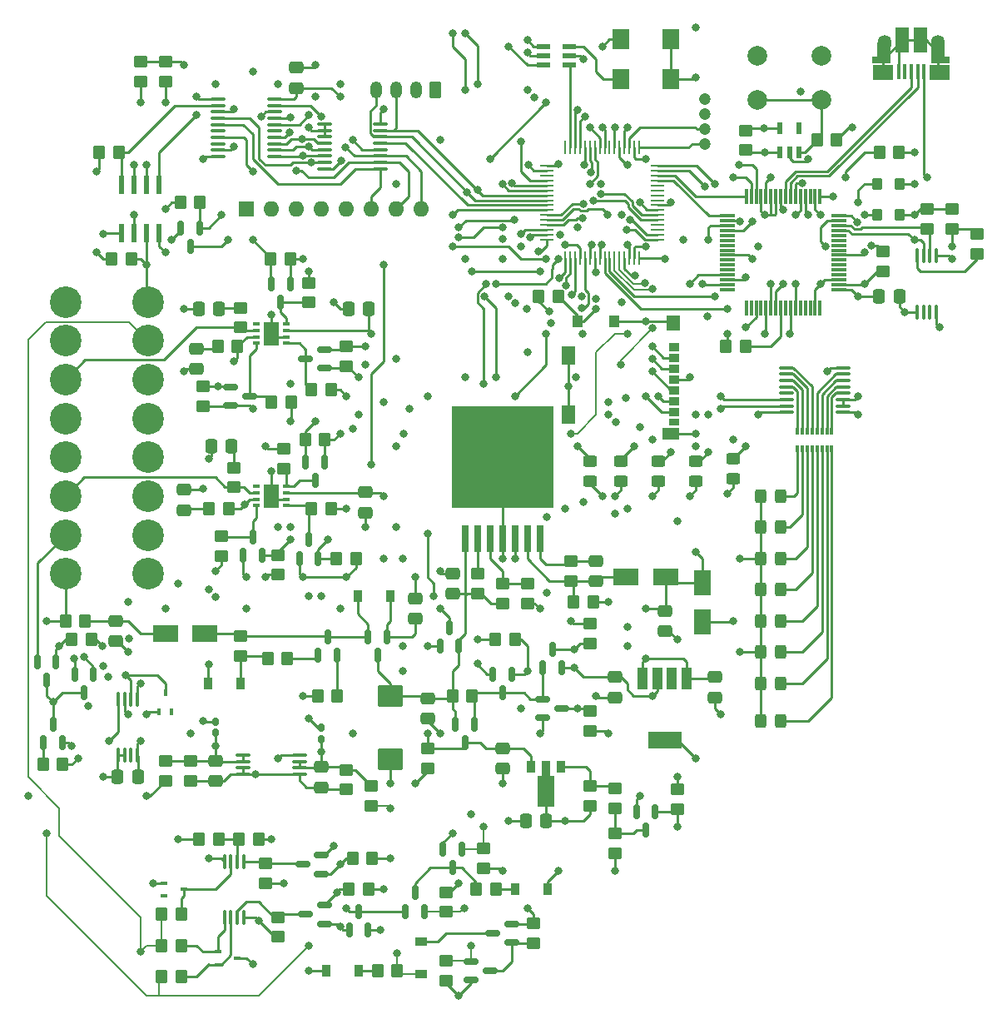
<source format=gbr>
%TF.GenerationSoftware,KiCad,Pcbnew,(6.0.10)*%
%TF.CreationDate,2023-01-27T04:18:18-05:00*%
%TF.ProjectId,vehicle-can-collector,76656869-636c-4652-9d63-616e2d636f6c,rev?*%
%TF.SameCoordinates,Original*%
%TF.FileFunction,Copper,L1,Top*%
%TF.FilePolarity,Positive*%
%FSLAX46Y46*%
G04 Gerber Fmt 4.6, Leading zero omitted, Abs format (unit mm)*
G04 Created by KiCad (PCBNEW (6.0.10)) date 2023-01-27 04:18:18*
%MOMM*%
%LPD*%
G01*
G04 APERTURE LIST*
G04 Aperture macros list*
%AMRoundRect*
0 Rectangle with rounded corners*
0 $1 Rounding radius*
0 $2 $3 $4 $5 $6 $7 $8 $9 X,Y pos of 4 corners*
0 Add a 4 corners polygon primitive as box body*
4,1,4,$2,$3,$4,$5,$6,$7,$8,$9,$2,$3,0*
0 Add four circle primitives for the rounded corners*
1,1,$1+$1,$2,$3*
1,1,$1+$1,$4,$5*
1,1,$1+$1,$6,$7*
1,1,$1+$1,$8,$9*
0 Add four rect primitives between the rounded corners*
20,1,$1+$1,$2,$3,$4,$5,0*
20,1,$1+$1,$4,$5,$6,$7,0*
20,1,$1+$1,$6,$7,$8,$9,0*
20,1,$1+$1,$8,$9,$2,$3,0*%
%AMFreePoly0*
4,1,9,3.862500,-0.866500,0.737500,-0.866500,0.737500,-0.450000,-0.737500,-0.450000,-0.737500,0.450000,0.737500,0.450000,0.737500,0.866500,3.862500,0.866500,3.862500,-0.866500,3.862500,-0.866500,$1*%
G04 Aperture macros list end*
%TA.AperFunction,SMDPad,CuDef*%
%ADD10R,1.473200X0.279400*%
%TD*%
%TA.AperFunction,SMDPad,CuDef*%
%ADD11R,0.279400X1.473200*%
%TD*%
%TA.AperFunction,SMDPad,CuDef*%
%ADD12RoundRect,0.250000X0.475000X-0.337500X0.475000X0.337500X-0.475000X0.337500X-0.475000X-0.337500X0*%
%TD*%
%TA.AperFunction,SMDPad,CuDef*%
%ADD13RoundRect,0.250000X0.450000X-0.325000X0.450000X0.325000X-0.450000X0.325000X-0.450000X-0.325000X0*%
%TD*%
%TA.AperFunction,SMDPad,CuDef*%
%ADD14RoundRect,0.150000X-0.150000X0.587500X-0.150000X-0.587500X0.150000X-0.587500X0.150000X0.587500X0*%
%TD*%
%TA.AperFunction,SMDPad,CuDef*%
%ADD15RoundRect,0.250000X-0.450000X0.350000X-0.450000X-0.350000X0.450000X-0.350000X0.450000X0.350000X0*%
%TD*%
%TA.AperFunction,SMDPad,CuDef*%
%ADD16RoundRect,0.250000X0.450000X-0.350000X0.450000X0.350000X-0.450000X0.350000X-0.450000X-0.350000X0*%
%TD*%
%TA.AperFunction,SMDPad,CuDef*%
%ADD17R,0.700000X0.450000*%
%TD*%
%TA.AperFunction,SMDPad,CuDef*%
%ADD18RoundRect,0.250000X-0.350000X-0.450000X0.350000X-0.450000X0.350000X0.450000X-0.350000X0.450000X0*%
%TD*%
%TA.AperFunction,SMDPad,CuDef*%
%ADD19RoundRect,0.160000X0.160000X-0.222500X0.160000X0.222500X-0.160000X0.222500X-0.160000X-0.222500X0*%
%TD*%
%TA.AperFunction,SMDPad,CuDef*%
%ADD20RoundRect,0.250000X-0.337500X-0.475000X0.337500X-0.475000X0.337500X0.475000X-0.337500X0.475000X0*%
%TD*%
%TA.AperFunction,SMDPad,CuDef*%
%ADD21R,0.508000X1.270000*%
%TD*%
%TA.AperFunction,SMDPad,CuDef*%
%ADD22R,0.508000X1.981200*%
%TD*%
%TA.AperFunction,SMDPad,CuDef*%
%ADD23RoundRect,0.250000X0.350000X0.450000X-0.350000X0.450000X-0.350000X-0.450000X0.350000X-0.450000X0*%
%TD*%
%TA.AperFunction,SMDPad,CuDef*%
%ADD24RoundRect,0.150000X0.150000X-0.587500X0.150000X0.587500X-0.150000X0.587500X-0.150000X-0.587500X0*%
%TD*%
%TA.AperFunction,SMDPad,CuDef*%
%ADD25R,0.650000X0.350000*%
%TD*%
%TA.AperFunction,SMDPad,CuDef*%
%ADD26R,1.550000X2.400000*%
%TD*%
%TA.AperFunction,SMDPad,CuDef*%
%ADD27RoundRect,0.250000X-0.275000X-0.350000X0.275000X-0.350000X0.275000X0.350000X-0.275000X0.350000X0*%
%TD*%
%TA.AperFunction,SMDPad,CuDef*%
%ADD28R,0.300000X0.800000*%
%TD*%
%TA.AperFunction,SMDPad,CuDef*%
%ADD29RoundRect,0.100000X-0.100000X0.637500X-0.100000X-0.637500X0.100000X-0.637500X0.100000X0.637500X0*%
%TD*%
%TA.AperFunction,SMDPad,CuDef*%
%ADD30RoundRect,0.150000X0.587500X0.150000X-0.587500X0.150000X-0.587500X-0.150000X0.587500X-0.150000X0*%
%TD*%
%TA.AperFunction,SMDPad,CuDef*%
%ADD31RoundRect,0.250000X-0.475000X0.337500X-0.475000X-0.337500X0.475000X-0.337500X0.475000X0.337500X0*%
%TD*%
%TA.AperFunction,SMDPad,CuDef*%
%ADD32RoundRect,0.100000X0.637500X0.100000X-0.637500X0.100000X-0.637500X-0.100000X0.637500X-0.100000X0*%
%TD*%
%TA.AperFunction,SMDPad,CuDef*%
%ADD33R,0.900000X1.200000*%
%TD*%
%TA.AperFunction,ComponentPad*%
%ADD34RoundRect,0.250000X0.350000X0.625000X-0.350000X0.625000X-0.350000X-0.625000X0.350000X-0.625000X0*%
%TD*%
%TA.AperFunction,ComponentPad*%
%ADD35O,1.200000X1.750000*%
%TD*%
%TA.AperFunction,SMDPad,CuDef*%
%ADD36RoundRect,0.250000X-0.325000X-0.450000X0.325000X-0.450000X0.325000X0.450000X-0.325000X0.450000X0*%
%TD*%
%TA.AperFunction,SMDPad,CuDef*%
%ADD37R,2.500000X1.800000*%
%TD*%
%TA.AperFunction,SMDPad,CuDef*%
%ADD38RoundRect,0.150000X-0.587500X-0.150000X0.587500X-0.150000X0.587500X0.150000X-0.587500X0.150000X0*%
%TD*%
%TA.AperFunction,SMDPad,CuDef*%
%ADD39R,0.450000X0.700000*%
%TD*%
%TA.AperFunction,SMDPad,CuDef*%
%ADD40RoundRect,0.100000X-0.637500X-0.100000X0.637500X-0.100000X0.637500X0.100000X-0.637500X0.100000X0*%
%TD*%
%TA.AperFunction,SMDPad,CuDef*%
%ADD41R,1.800000X2.500000*%
%TD*%
%TA.AperFunction,SMDPad,CuDef*%
%ADD42RoundRect,0.075000X-0.075000X0.700000X-0.075000X-0.700000X0.075000X-0.700000X0.075000X0.700000X0*%
%TD*%
%TA.AperFunction,SMDPad,CuDef*%
%ADD43RoundRect,0.075000X-0.700000X0.075000X-0.700000X-0.075000X0.700000X-0.075000X0.700000X0.075000X0*%
%TD*%
%TA.AperFunction,SMDPad,CuDef*%
%ADD44RoundRect,0.250000X0.337500X0.475000X-0.337500X0.475000X-0.337500X-0.475000X0.337500X-0.475000X0*%
%TD*%
%TA.AperFunction,SMDPad,CuDef*%
%ADD45R,0.400000X1.650000*%
%TD*%
%TA.AperFunction,SMDPad,CuDef*%
%ADD46R,2.000000X1.500000*%
%TD*%
%TA.AperFunction,ComponentPad*%
%ADD47O,1.350000X1.700000*%
%TD*%
%TA.AperFunction,ComponentPad*%
%ADD48O,1.100000X1.500000*%
%TD*%
%TA.AperFunction,SMDPad,CuDef*%
%ADD49R,1.350000X2.000000*%
%TD*%
%TA.AperFunction,SMDPad,CuDef*%
%ADD50R,1.825000X0.700000*%
%TD*%
%TA.AperFunction,SMDPad,CuDef*%
%ADD51R,1.430000X2.500000*%
%TD*%
%TA.AperFunction,ComponentPad*%
%ADD52C,3.215640*%
%TD*%
%TA.AperFunction,ComponentPad*%
%ADD53C,2.000000*%
%TD*%
%TA.AperFunction,SMDPad,CuDef*%
%ADD54RoundRect,0.250000X-1.025000X0.875000X-1.025000X-0.875000X1.025000X-0.875000X1.025000X0.875000X0*%
%TD*%
%TA.AperFunction,SMDPad,CuDef*%
%ADD55R,1.200000X0.900000*%
%TD*%
%TA.AperFunction,SMDPad,CuDef*%
%ADD56R,1.320800X0.558800*%
%TD*%
%TA.AperFunction,SMDPad,CuDef*%
%ADD57R,1.100000X0.850000*%
%TD*%
%TA.AperFunction,SMDPad,CuDef*%
%ADD58R,1.100000X0.750000*%
%TD*%
%TA.AperFunction,SMDPad,CuDef*%
%ADD59R,1.000000X1.200000*%
%TD*%
%TA.AperFunction,SMDPad,CuDef*%
%ADD60R,1.350000X1.550000*%
%TD*%
%TA.AperFunction,SMDPad,CuDef*%
%ADD61R,1.350000X1.900000*%
%TD*%
%TA.AperFunction,SMDPad,CuDef*%
%ADD62R,1.800000X1.170000*%
%TD*%
%TA.AperFunction,SMDPad,CuDef*%
%ADD63R,1.000000X2.200000*%
%TD*%
%TA.AperFunction,SMDPad,CuDef*%
%ADD64R,3.400000X1.800000*%
%TD*%
%TA.AperFunction,SMDPad,CuDef*%
%ADD65R,0.787400X2.667000*%
%TD*%
%TA.AperFunction,SMDPad,CuDef*%
%ADD66R,10.414000X10.414000*%
%TD*%
%TA.AperFunction,ComponentPad*%
%ADD67C,1.206500*%
%TD*%
%TA.AperFunction,ComponentPad*%
%ADD68R,1.600000X1.600000*%
%TD*%
%TA.AperFunction,ComponentPad*%
%ADD69O,1.600000X1.600000*%
%TD*%
%TA.AperFunction,SMDPad,CuDef*%
%ADD70R,1.800000X2.000000*%
%TD*%
%TA.AperFunction,SMDPad,CuDef*%
%ADD71R,0.900000X1.300000*%
%TD*%
%TA.AperFunction,SMDPad,CuDef*%
%ADD72FreePoly0,270.000000*%
%TD*%
%TA.AperFunction,ViaPad*%
%ADD73C,0.800000*%
%TD*%
%TA.AperFunction,Conductor*%
%ADD74C,0.250000*%
%TD*%
%TA.AperFunction,Conductor*%
%ADD75C,0.200000*%
%TD*%
G04 APERTURE END LIST*
D10*
%TO.P,U201,1,PA00*%
%TO.N,~{ISO_TX}*%
X137058400Y-62170000D03*
%TO.P,U201,2,PA01*%
%TO.N,~{ISO_RX}*%
X137058400Y-61670001D03*
%TO.P,U201,3,PA02*%
%TO.N,unconnected-(U201-Pad3)*%
X137058400Y-61170000D03*
%TO.P,U201,4,PA03*%
%TO.N,unconnected-(U201-Pad4)*%
X137058400Y-60670001D03*
%TO.P,U201,5,PB04*%
%TO.N,SW_CAN_MODE0*%
X137058400Y-60169999D03*
%TO.P,U201,6,PB05*%
%TO.N,SW_CAN_MODE1*%
X137058400Y-59670000D03*
%TO.P,U201,7,GNDANA*%
%TO.N,GND*%
X137058400Y-59170001D03*
%TO.P,U201,8,VDDANA*%
%TO.N,+3.3VA*%
X137058400Y-58670000D03*
%TO.P,U201,9,PB06*%
%TO.N,unconnected-(U201-Pad9)*%
X137058400Y-58170000D03*
%TO.P,U201,10,PB07*%
%TO.N,unconnected-(U201-Pad10)*%
X137058400Y-57669999D03*
%TO.P,U201,11,PB08*%
%TO.N,unconnected-(U201-Pad11)*%
X137058400Y-57170000D03*
%TO.P,U201,12,PB09*%
%TO.N,unconnected-(U201-Pad12)*%
X137058400Y-56670001D03*
%TO.P,U201,13,PA04*%
%TO.N,~{OUTPUT_TX}*%
X137058400Y-56169999D03*
%TO.P,U201,14,PA05*%
%TO.N,~{OUTPUT_RX}*%
X137058400Y-55670000D03*
%TO.P,U201,15,PA06*%
%TO.N,~{OUTPUT_RTS}*%
X137058400Y-55169999D03*
%TO.P,U201,16,PA07*%
%TO.N,~{OUTPUT_CTS}*%
X137058400Y-54670000D03*
D11*
%TO.P,U201,17,PA08*%
%TO.N,~{LINBUS_TX}*%
X135195000Y-52806600D03*
%TO.P,U201,18,PA09*%
%TO.N,BAT_LEVEL*%
X134695001Y-52806600D03*
%TO.P,U201,19,PA10*%
%TO.N,~{LINBUS_RX}*%
X134195000Y-52806600D03*
%TO.P,U201,20,PA11*%
%TO.N,~{SDCARD_DETECT}*%
X133695001Y-52806600D03*
%TO.P,U201,21,VDDIO*%
%TO.N,+3V3*%
X133194999Y-52806600D03*
%TO.P,U201,22,GND*%
%TO.N,GND*%
X132695000Y-52806600D03*
%TO.P,U201,23,PB10*%
%TO.N,unconnected-(U201-Pad23)*%
X132195001Y-52806600D03*
%TO.P,U201,24,PB11*%
%TO.N,~{PWR_CTRL}*%
X131695000Y-52806600D03*
%TO.P,U201,25,PB12*%
%TO.N,~{HS_CAN_EN}*%
X131195000Y-52806600D03*
%TO.P,U201,26,PB13*%
%TO.N,~{MS_CAN_EN}*%
X130694999Y-52806600D03*
%TO.P,U201,27,PB14*%
%TO.N,MS_CAN_TX*%
X130195000Y-52806600D03*
%TO.P,U201,28,PB15*%
%TO.N,MS_CAN_RX*%
X129695001Y-52806600D03*
%TO.P,U201,29,PA12*%
%TO.N,SW_CAN_MOSI*%
X129194999Y-52806600D03*
%TO.P,U201,30,PA13-*%
%TO.N,SW_CAN_SCK*%
X128695000Y-52806600D03*
%TO.P,U201,31,PA14*%
%TO.N,CLK_CPU*%
X128194999Y-52806600D03*
%TO.P,U201,32,PA15*%
%TO.N,unconnected-(U201-Pad32)*%
X127695000Y-52806600D03*
D10*
%TO.P,U201,33,GND*%
%TO.N,GND*%
X125831600Y-54670000D03*
%TO.P,U201,34,VDDIO*%
%TO.N,+3V3*%
X125831600Y-55169999D03*
%TO.P,U201,35,PA16*%
%TO.N,unconnected-(U201-Pad35)*%
X125831600Y-55670000D03*
%TO.P,U201,36,PA17*%
%TO.N,SW_CAN_LOAD*%
X125831600Y-56169999D03*
%TO.P,U201,37,PA18*%
%TO.N,SW_CAN_CS*%
X125831600Y-56670001D03*
%TO.P,U201,38,PA19*%
%TO.N,SW_CAN_MISO*%
X125831600Y-57170000D03*
%TO.P,U201,39,PB16*%
%TO.N,SDA*%
X125831600Y-57669999D03*
%TO.P,U201,40,PB17*%
%TO.N,SCL*%
X125831600Y-58170000D03*
%TO.P,U201,41,PA20*%
%TO.N,~{SW_CAN_INT}*%
X125831600Y-58670000D03*
%TO.P,U201,42,PA21*%
%TO.N,ISO_K*%
X125831600Y-59170001D03*
%TO.P,U201,43,PA22*%
%TO.N,SDCARD_MOSI*%
X125831600Y-59670000D03*
%TO.P,U201,44,PA23*%
%TO.N,SDCARD_SCK*%
X125831600Y-60169999D03*
%TO.P,U201,45,PA24*%
%TO.N,~{SDCARD_CS}*%
X125831600Y-60670001D03*
%TO.P,U201,46,PA25*%
%TO.N,SDCARD_MISO*%
X125831600Y-61170000D03*
%TO.P,U201,47,GND*%
%TO.N,GND*%
X125831600Y-61670001D03*
%TO.P,U201,48,VDDIO*%
%TO.N,+3V3*%
X125831600Y-62170000D03*
D11*
%TO.P,U201,49,PB22*%
%TO.N,HS_CAN_TX*%
X127695000Y-64033400D03*
%TO.P,U201,50,PB23*%
%TO.N,HS_CAN_RX*%
X128194999Y-64033400D03*
%TO.P,U201,51,PA27*%
%TO.N,SAE_PWM*%
X128695000Y-64033400D03*
%TO.P,U201,52,RESETN*%
%TO.N,~{RESET}*%
X129194999Y-64033400D03*
%TO.P,U201,53,PA28*%
%TO.N,J1850_RX*%
X129695001Y-64033400D03*
%TO.P,U201,54,GND*%
%TO.N,GND*%
X130195000Y-64033400D03*
%TO.P,U201,55,VDDCORE*%
%TO.N,Net-(C201-Pad1)*%
X130694999Y-64033400D03*
%TO.P,U201,56,VDDIN*%
%TO.N,+3V3*%
X131195000Y-64033400D03*
%TO.P,U201,57,PA30*%
%TO.N,SWCLK*%
X131695000Y-64033400D03*
%TO.P,U201,58,PA31*%
%TO.N,SWDIO*%
X132195001Y-64033400D03*
%TO.P,U201,59,PB30*%
%TO.N,J1850_TX+*%
X132695000Y-64033400D03*
%TO.P,U201,60,PB31*%
%TO.N,J1850_TX-*%
X133194999Y-64033400D03*
%TO.P,U201,61,PB00*%
%TO.N,SAE_LEVEL*%
X133695001Y-64033400D03*
%TO.P,U201,62,PB01*%
%TO.N,~{LED_STATUS}*%
X134195000Y-64033400D03*
%TO.P,U201,63,PB02*%
%TO.N,~{LED_HOST_ACT}*%
X134695001Y-64033400D03*
%TO.P,U201,64,PB03*%
%TO.N,~{LED_OBD_ACT}*%
X135195000Y-64033400D03*
%TD*%
D12*
%TO.P,C503,1*%
%TO.N,GND*%
X81915000Y-103040000D03*
%TO.P,C503,2*%
%TO.N,Net-(C503-Pad2)*%
X81915000Y-100965000D03*
%TD*%
D13*
%TO.P,D1102,1,K*%
%TO.N,Net-(D1102-Pad1)*%
X133350000Y-86750000D03*
%TO.P,D1102,2,A*%
%TO.N,+3V3*%
X133350000Y-84700000D03*
%TD*%
D14*
%TO.P,Q508,1,G*%
%TO.N,SAE_PWM*%
X136840000Y-120347500D03*
%TO.P,Q508,2,S*%
%TO.N,GND*%
X134940000Y-120347500D03*
%TO.P,Q508,3,D*%
%TO.N,Net-(Q508-Pad3)*%
X135890000Y-122222500D03*
%TD*%
D15*
%TO.P,R604,1*%
%TO.N,SAE_LEVEL*%
X105410000Y-116110000D03*
%TO.P,R604,2*%
%TO.N,GND*%
X105410000Y-118110000D03*
%TD*%
D16*
%TO.P,R508,1*%
%TO.N,+3V3_SW*%
X130175000Y-103235000D03*
%TO.P,R508,2*%
%TO.N,GND*%
X130175000Y-101235000D03*
%TD*%
D17*
%TO.P,D803,1,A*%
%TO.N,GND*%
X86900000Y-127620000D03*
%TO.P,D803,2,NC*%
%TO.N,unconnected-(D803-Pad2)*%
X86900000Y-128920000D03*
%TO.P,D803,3,K*%
%TO.N,Net-(D803-Pad3)*%
X88900000Y-128270000D03*
%TD*%
D18*
%TO.P,R801,1*%
%TO.N,J1850_RX*%
X105680000Y-128270000D03*
%TO.P,R801,2*%
%TO.N,GND*%
X107680000Y-128270000D03*
%TD*%
D19*
%TO.P,D601,1,K*%
%TO.N,BAT_LEVEL*%
X92075000Y-112332500D03*
%TO.P,D601,2,A*%
%TO.N,GND*%
X92075000Y-111187500D03*
%TD*%
D20*
%TO.P,C702,1*%
%TO.N,GND*%
X105642500Y-69215000D03*
%TO.P,C702,2*%
%TO.N,+5V_SW*%
X107717500Y-69215000D03*
%TD*%
D16*
%TO.P,R713,1*%
%TO.N,+3V3*%
X98425000Y-96250000D03*
%TO.P,R713,2*%
%TO.N,~{HS_CAN_EN}*%
X98425000Y-94250000D03*
%TD*%
D21*
%TO.P,U203,1,\u002ARESET*%
%TO.N,~{RESET}*%
X149544999Y-53289200D03*
%TO.P,U203,2,GND*%
%TO.N,GND*%
X150495000Y-53289200D03*
%TO.P,U203,3,\u002AMR*%
%TO.N,Net-(R201-Pad2)*%
X151445001Y-53289200D03*
%TO.P,U203,4,WDI*%
%TO.N,unconnected-(U203-Pad4)*%
X151445001Y-50850800D03*
%TO.P,U203,5,VCC*%
%TO.N,+3V3*%
X149544999Y-50850800D03*
%TD*%
D22*
%TO.P,U705,1,TXD*%
%TO.N,SW_CAN_TX*%
X86360000Y-56591200D03*
%TO.P,U705,2,MODE0*%
%TO.N,SW_CAN_MODE0*%
X85090000Y-56591200D03*
%TO.P,U705,3,MODE1*%
%TO.N,SW_CAN_MODE1*%
X83820000Y-56591200D03*
%TO.P,U705,4,RXD*%
%TO.N,SW_CAN_RX*%
X82550000Y-56591200D03*
%TO.P,U705,5,VBAT*%
%TO.N,+12V_SW*%
X82550000Y-61518800D03*
%TO.P,U705,6,LOAD*%
%TO.N,Net-(R720-Pad2)*%
X83820000Y-61518800D03*
%TO.P,U705,7,CANH*%
%TO.N,SW_CAN*%
X85090000Y-61518800D03*
%TO.P,U705,8,GND*%
%TO.N,GND*%
X86360000Y-61518800D03*
%TD*%
D15*
%TO.P,R501,1*%
%TO.N,Net-(D501-Pad1)*%
X94615000Y-102505000D03*
%TO.P,R501,2*%
%TO.N,Net-(D503-Pad1)*%
X94615000Y-104505000D03*
%TD*%
D16*
%TO.P,R806,1*%
%TO.N,+3V3*%
X97155000Y-127635000D03*
%TO.P,R806,2*%
%TO.N,VPW_RX*%
X97155000Y-125635000D03*
%TD*%
D23*
%TO.P,R702,1*%
%TO.N,+5V*%
X103870000Y-89535000D03*
%TO.P,R702,2*%
%TO.N,HS_CAN_TX_5V*%
X101870000Y-89535000D03*
%TD*%
D24*
%TO.P,Q705,1,G*%
%TO.N,+3V3*%
X94935000Y-94282500D03*
%TO.P,Q705,2,S*%
%TO.N,~{HS_CAN_EN}*%
X96835000Y-94282500D03*
%TO.P,Q705,3,D*%
%TO.N,~{HS_CAN_EN_5V}*%
X95885000Y-92407500D03*
%TD*%
D25*
%TO.P,U702,1,TXD*%
%TO.N,MS_CAN_TX_5V*%
X99340000Y-72730000D03*
%TO.P,U702,2,VSS*%
%TO.N,GND*%
X99340000Y-72080000D03*
%TO.P,U702,3,VDD*%
%TO.N,+5V_SW*%
X99340000Y-71430000D03*
%TO.P,U702,4,RXD*%
%TO.N,MS_CAN_RX_5V*%
X99340000Y-70780000D03*
%TO.P,U702,5,NC*%
%TO.N,unconnected-(U702-Pad5)*%
X96240000Y-70780000D03*
%TO.P,U702,6,CANL*%
%TO.N,MS_CAN_LO*%
X96240000Y-71430000D03*
%TO.P,U702,7,CANH*%
%TO.N,MS_CAN_HI*%
X96240000Y-72080000D03*
%TO.P,U702,8,S*%
%TO.N,~{MS_CAN_EN_5V}*%
X96240000Y-72730000D03*
D26*
%TO.P,U702,9,VSS*%
%TO.N,GND*%
X97790000Y-71755000D03*
%TD*%
D16*
%TO.P,R514,1*%
%TO.N,V_J1850*%
X130175000Y-119745000D03*
%TO.P,R514,2*%
%TO.N,Net-(R514-Pad2)*%
X130175000Y-117745000D03*
%TD*%
D14*
%TO.P,Q506,1,G*%
%TO.N,~{PWR_CTRL}*%
X122235000Y-106377500D03*
%TO.P,Q506,2,S*%
%TO.N,GND*%
X120335000Y-106377500D03*
%TO.P,Q506,3,D*%
%TO.N,Net-(Q503-Pad1)*%
X121285000Y-108252500D03*
%TD*%
D23*
%TO.P,R707,1*%
%TO.N,MS_CAN_HI*%
X94345000Y-73025000D03*
%TO.P,R707,2*%
%TO.N,Net-(C705-Pad2)*%
X92345000Y-73025000D03*
%TD*%
%TO.P,R802,1*%
%TO.N,J1850_BUS+*%
X110585000Y-136525000D03*
%TO.P,R802,2*%
%TO.N,Net-(D802-Pad2)*%
X108585000Y-136525000D03*
%TD*%
D27*
%TO.P,L301,1,1*%
%TO.N,VPLL*%
X159385000Y-56515000D03*
%TO.P,L301,2,2*%
%TO.N,+3V3*%
X161685000Y-56515000D03*
%TD*%
D28*
%TO.P,RN1101,1,R1.1*%
%TO.N,LED_MODE_HS_CAN*%
X154805000Y-81650000D03*
%TO.P,RN1101,2,R2.1*%
%TO.N,LED_MODE_MS_CAN*%
X154305000Y-81650000D03*
%TO.P,RN1101,3,R3.1*%
%TO.N,LED_MODE_SW_CAN*%
X153805000Y-81650000D03*
%TO.P,RN1101,4,R4.1*%
%TO.N,LED_MODE_SAE_PWM*%
X153305000Y-81650000D03*
%TO.P,RN1101,5,R5.1*%
%TO.N,LED_MODE_SAE_VPW*%
X152805000Y-81650000D03*
%TO.P,RN1101,6,R6.1*%
%TO.N,LED_MODE_ISO_K_LINE*%
X152305000Y-81650000D03*
%TO.P,RN1101,7,R7.1*%
%TO.N,LED_MODE_ISO_K_LINE_KW2000*%
X151805000Y-81650000D03*
%TO.P,RN1101,8,R8.1*%
%TO.N,LED_MODE_ISO_L_LINE*%
X151305000Y-81650000D03*
%TO.P,RN1101,9,R8.2*%
%TO.N,Net-(D1110-Pad2)*%
X151305000Y-83450000D03*
%TO.P,RN1101,10,R7.2*%
%TO.N,Net-(D1109-Pad2)*%
X151805000Y-83450000D03*
%TO.P,RN1101,11,R6.2*%
%TO.N,Net-(D1108-Pad2)*%
X152305000Y-83450000D03*
%TO.P,RN1101,12,R5.2*%
%TO.N,Net-(D1107-Pad2)*%
X152805000Y-83450000D03*
%TO.P,RN1101,13,R4.2*%
%TO.N,Net-(D1106-Pad2)*%
X153305000Y-83450000D03*
%TO.P,RN1101,14,R3.2*%
%TO.N,Net-(D1105-Pad2)*%
X153805000Y-83450000D03*
%TO.P,RN1101,15,R2.2*%
%TO.N,Net-(D1104-Pad2)*%
X154305000Y-83450000D03*
%TO.P,RN1101,16,R1.2*%
%TO.N,Net-(D1103-Pad2)*%
X154805000Y-83450000D03*
%TD*%
D16*
%TO.P,R308,1*%
%TO.N,Net-(R308-Pad1)*%
X169545000Y-63595000D03*
%TO.P,R308,2*%
%TO.N,Net-(R306-Pad2)*%
X169545000Y-61595000D03*
%TD*%
D29*
%TO.P,U302,1,CS*%
%TO.N,Net-(R307-Pad2)*%
X165440000Y-63812500D03*
%TO.P,U302,2,SCLK*%
%TO.N,Net-(R304-Pad2)*%
X164790000Y-63812500D03*
%TO.P,U302,3,DI*%
%TO.N,Net-(R306-Pad2)*%
X164140000Y-63812500D03*
%TO.P,U302,4,DO*%
%TO.N,Net-(R308-Pad1)*%
X163490000Y-63812500D03*
%TO.P,U302,5,GND*%
%TO.N,GND*%
X163490000Y-69537500D03*
%TO.P,U302,6,NC*%
%TO.N,unconnected-(U302-Pad6)*%
X164140000Y-69537500D03*
%TO.P,U302,7,NC*%
%TO.N,unconnected-(U302-Pad7)*%
X164790000Y-69537500D03*
%TO.P,U302,8,VCC*%
%TO.N,+3V3*%
X165440000Y-69537500D03*
%TD*%
D30*
%TO.P,Q803,1,G*%
%TO.N,Net-(Q803-Pad1)*%
X122222500Y-133665000D03*
%TO.P,Q803,2,S*%
%TO.N,V_J1850*%
X122222500Y-131765000D03*
%TO.P,Q803,3,D*%
%TO.N,Net-(D801-Pad2)*%
X120347500Y-132715000D03*
%TD*%
D15*
%TO.P,R202,1*%
%TO.N,+3V3*%
X146050000Y-51070000D03*
%TO.P,R202,2*%
%TO.N,~{RESET}*%
X146050000Y-53070000D03*
%TD*%
D31*
%TO.P,C507,1*%
%TO.N,GND*%
X116205000Y-96117500D03*
%TO.P,C507,2*%
%TO.N,+12V*%
X116205000Y-98192500D03*
%TD*%
D32*
%TO.P,U1101,1,A0*%
%TO.N,+3V3*%
X155917500Y-79745000D03*
%TO.P,U1101,2,A1*%
%TO.N,GND*%
X155917500Y-79095000D03*
%TO.P,U1101,3,A2*%
X155917500Y-78445000D03*
%TO.P,U1101,4,P0*%
%TO.N,LED_MODE_HS_CAN*%
X155917500Y-77795000D03*
%TO.P,U1101,5,P1*%
%TO.N,LED_MODE_MS_CAN*%
X155917500Y-77145000D03*
%TO.P,U1101,6,P2*%
%TO.N,LED_MODE_SW_CAN*%
X155917500Y-76495000D03*
%TO.P,U1101,7,P3*%
%TO.N,LED_MODE_SAE_PWM*%
X155917500Y-75845000D03*
%TO.P,U1101,8,GND*%
%TO.N,GND*%
X155917500Y-75195000D03*
%TO.P,U1101,9,P4*%
%TO.N,LED_MODE_SAE_VPW*%
X150192500Y-75195000D03*
%TO.P,U1101,10,P5*%
%TO.N,LED_MODE_ISO_K_LINE*%
X150192500Y-75845000D03*
%TO.P,U1101,11,P6*%
%TO.N,LED_MODE_ISO_K_LINE_KW2000*%
X150192500Y-76495000D03*
%TO.P,U1101,12,P7*%
%TO.N,LED_MODE_ISO_L_LINE*%
X150192500Y-77145000D03*
%TO.P,U1101,13,~{INT}*%
%TO.N,unconnected-(U1101-Pad13)*%
X150192500Y-77795000D03*
%TO.P,U1101,14,SCL*%
%TO.N,SCL*%
X150192500Y-78445000D03*
%TO.P,U1101,15,SDA*%
%TO.N,SDA*%
X150192500Y-79095000D03*
%TO.P,U1101,16,VDD*%
%TO.N,+3V3*%
X150192500Y-79745000D03*
%TD*%
D33*
%TO.P,D502,1,K*%
%TO.N,Net-(D501-Pad1)*%
X106555000Y-98425000D03*
%TO.P,D502,2,A*%
%TO.N,Net-(C504-Pad2)*%
X109855000Y-98425000D03*
%TD*%
D18*
%TO.P,R504,1*%
%TO.N,+3V3*%
X120555000Y-102870000D03*
%TO.P,R504,2*%
%TO.N,~{PWR_CTRL}*%
X122555000Y-102870000D03*
%TD*%
D34*
%TO.P,J303,1,1*%
%TO.N,GND*%
X114490000Y-46990000D03*
D35*
%TO.P,J303,2,2*%
%TO.N,+3V3*%
X112490000Y-46990000D03*
%TO.P,J303,3,3*%
%TO.N,SDA*%
X110490000Y-46990000D03*
%TO.P,J303,4,4*%
%TO.N,SCL*%
X108490000Y-46990000D03*
%TD*%
D36*
%TO.P,D1106,1,K*%
%TO.N,GND*%
X147565000Y-100965000D03*
%TO.P,D1106,2,A*%
%TO.N,Net-(D1106-Pad2)*%
X149615000Y-100965000D03*
%TD*%
D30*
%TO.P,Q802,1,G*%
%TO.N,SAE_PWM*%
X103172500Y-131760000D03*
%TO.P,Q802,2,S*%
%TO.N,J1850_RX*%
X103172500Y-129860000D03*
%TO.P,Q802,3,D*%
%TO.N,PWM_RX*%
X101297500Y-130810000D03*
%TD*%
D37*
%TO.P,D505,1,K*%
%TO.N,+5V*%
X137890000Y-96520000D03*
%TO.P,D505,2,A*%
%TO.N,Net-(C505-Pad1)*%
X133890000Y-96520000D03*
%TD*%
D24*
%TO.P,Q507,1,G*%
%TO.N,~{PWR_CTRL}*%
X114935000Y-103505000D03*
%TO.P,Q507,2,S*%
%TO.N,+12V*%
X116835000Y-103505000D03*
%TO.P,Q507,3,D*%
%TO.N,+12V_ISO*%
X115885000Y-101630000D03*
%TD*%
D15*
%TO.P,R507,1*%
%TO.N,+5V_SW*%
X130175000Y-110125000D03*
%TO.P,R507,2*%
%TO.N,GND*%
X130175000Y-112125000D03*
%TD*%
D31*
%TO.P,C601,1*%
%TO.N,BAT_LEVEL*%
X92075000Y-115167500D03*
%TO.P,C601,2*%
%TO.N,GND*%
X92075000Y-117242500D03*
%TD*%
D16*
%TO.P,R307,1*%
%TO.N,+3V3*%
X160020000Y-65405000D03*
%TO.P,R307,2*%
%TO.N,Net-(R307-Pad2)*%
X160020000Y-63405000D03*
%TD*%
D31*
%TO.P,C506,1*%
%TO.N,+5V*%
X137795000Y-99927500D03*
%TO.P,C506,2*%
%TO.N,GND*%
X137795000Y-102002500D03*
%TD*%
D23*
%TO.P,R709,1*%
%TO.N,+3V3*%
X103235000Y-82550000D03*
%TO.P,R709,2*%
%TO.N,HS_CAN_RX*%
X101235000Y-82550000D03*
%TD*%
D18*
%TO.P,R719,1*%
%TO.N,+3V3*%
X80280000Y-53340000D03*
%TO.P,R719,2*%
%TO.N,SW_CAN_RX*%
X82280000Y-53340000D03*
%TD*%
D24*
%TO.P,Q505,1,G*%
%TO.N,Net-(Q503-Pad1)*%
X125415000Y-105712500D03*
%TO.P,Q505,2,S*%
%TO.N,+3V3*%
X127315000Y-105712500D03*
%TO.P,Q505,3,D*%
%TO.N,+3V3_SW*%
X126365000Y-103837500D03*
%TD*%
D30*
%TO.P,Q801,1,G*%
%TO.N,SAE_VPW*%
X102840000Y-126680000D03*
%TO.P,Q801,2,S*%
%TO.N,J1850_RX*%
X102840000Y-124780000D03*
%TO.P,Q801,3,D*%
%TO.N,VPW_RX*%
X100965000Y-125730000D03*
%TD*%
D38*
%TO.P,Q804,1,G*%
%TO.N,J1850_TX+*%
X118140000Y-135575000D03*
%TO.P,Q804,2,S*%
%TO.N,GND*%
X118140000Y-137475000D03*
%TO.P,Q804,3,D*%
%TO.N,Net-(Q803-Pad1)*%
X120015000Y-136525000D03*
%TD*%
D39*
%TO.P,D901,1,A*%
%TO.N,GND*%
X86345000Y-110220000D03*
%TO.P,D901,2,NC*%
%TO.N,unconnected-(D901-Pad2)*%
X87645000Y-110220000D03*
%TO.P,D901,3,K*%
%TO.N,Net-(D901-Pad3)*%
X86995000Y-108220000D03*
%TD*%
D31*
%TO.P,C502,1*%
%TO.N,+12V*%
X113665000Y-108817500D03*
%TO.P,C502,2*%
%TO.N,GND*%
X113665000Y-110892500D03*
%TD*%
D16*
%TO.P,R512,1*%
%TO.N,+12V*%
X121285000Y-99155000D03*
%TO.P,R512,2*%
%TO.N,Net-(R512-Pad2)*%
X121285000Y-97155000D03*
%TD*%
D14*
%TO.P,Q501,1,G*%
%TO.N,Net-(C504-Pad2)*%
X109535000Y-102567500D03*
%TO.P,Q501,2,S*%
%TO.N,Net-(D501-Pad1)*%
X107635000Y-102567500D03*
%TO.P,Q501,3,D*%
%TO.N,+12V*%
X108585000Y-104442500D03*
%TD*%
%TO.P,Q707,1,G*%
%TO.N,SW_CAN_LOAD*%
X90485000Y-60990000D03*
%TO.P,Q707,2,S*%
%TO.N,GND*%
X88585000Y-60990000D03*
%TO.P,Q707,3,D*%
%TO.N,Net-(Q707-Pad3)*%
X89535000Y-62865000D03*
%TD*%
D23*
%TO.P,R201,1*%
%TO.N,+3V3*%
X155305000Y-52070000D03*
%TO.P,R201,2*%
%TO.N,Net-(R201-Pad2)*%
X153305000Y-52070000D03*
%TD*%
D36*
%TO.P,D1108,1,K*%
%TO.N,GND*%
X147565000Y-94615000D03*
%TO.P,D1108,2,A*%
%TO.N,Net-(D1108-Pad2)*%
X149615000Y-94615000D03*
%TD*%
D40*
%TO.P,U601,1*%
%TO.N,BAT_LEVEL*%
X94927500Y-114595000D03*
%TO.P,U601,2,-*%
X94927500Y-115245000D03*
%TO.P,U601,3,+*%
%TO.N,GND*%
X94927500Y-115895000D03*
%TO.P,U601,4,V-*%
X94927500Y-116545000D03*
%TO.P,U601,5,+*%
X100652500Y-116545000D03*
%TO.P,U601,6,-*%
%TO.N,SAE_LEVEL*%
X100652500Y-115895000D03*
%TO.P,U601,7*%
X100652500Y-115245000D03*
%TO.P,U601,8,V+*%
%TO.N,+3V3*%
X100652500Y-114595000D03*
%TD*%
D15*
%TO.P,R506,1*%
%TO.N,+12V_SW*%
X113665000Y-113935000D03*
%TO.P,R506,2*%
%TO.N,GND*%
X113665000Y-115935000D03*
%TD*%
D23*
%TO.P,R505,1*%
%TO.N,Net-(Q502-Pad2)*%
X104505000Y-108585000D03*
%TO.P,R505,2*%
%TO.N,GND*%
X102505000Y-108585000D03*
%TD*%
D20*
%TO.P,C901,1*%
%TO.N,GND*%
X82147500Y-116840000D03*
%TO.P,C901,2*%
%TO.N,+3V3*%
X84222500Y-116840000D03*
%TD*%
D12*
%TO.P,C508,1*%
%TO.N,GND*%
X121285000Y-115972500D03*
%TO.P,C508,2*%
%TO.N,+12V_SW*%
X121285000Y-113897500D03*
%TD*%
D15*
%TO.P,R813,1*%
%TO.N,PWM_RX*%
X98425000Y-131080000D03*
%TO.P,R813,2*%
%TO.N,+3V3*%
X98425000Y-133080000D03*
%TD*%
%TO.P,R513,1*%
%TO.N,Net-(R512-Pad2)*%
X123825000Y-97155000D03*
%TO.P,R513,2*%
%TO.N,GND*%
X123825000Y-99155000D03*
%TD*%
D24*
%TO.P,Q806,1,G*%
%TO.N,SAE_VPW*%
X111445000Y-130477500D03*
%TO.P,Q806,2,S*%
%TO.N,J1850_BUS-*%
X113345000Y-130477500D03*
%TO.P,Q806,3,D*%
%TO.N,Net-(Q806-Pad3)*%
X112395000Y-128602500D03*
%TD*%
D41*
%TO.P,D504,1,K*%
%TO.N,+5V*%
X141605000Y-97060000D03*
%TO.P,D504,2,A*%
%TO.N,VBUS*%
X141605000Y-101060000D03*
%TD*%
D23*
%TO.P,R701,1*%
%TO.N,+3V3*%
X106410000Y-94615000D03*
%TO.P,R701,2*%
%TO.N,HS_CAN_TX*%
X104410000Y-94615000D03*
%TD*%
D16*
%TO.P,R811,1*%
%TO.N,J1850_BUS-*%
X115570000Y-130540000D03*
%TO.P,R811,2*%
%TO.N,GND*%
X115570000Y-128540000D03*
%TD*%
%TO.P,R714,1*%
%TO.N,+5V*%
X92710000Y-94345000D03*
%TO.P,R714,2*%
%TO.N,~{HS_CAN_EN_5V}*%
X92710000Y-92345000D03*
%TD*%
D12*
%TO.P,C505,1*%
%TO.N,Net-(C505-Pad1)*%
X130810000Y-96922500D03*
%TO.P,C505,2*%
%TO.N,Net-(C505-Pad2)*%
X130810000Y-94847500D03*
%TD*%
D27*
%TO.P,L302,1,1*%
%TO.N,VPHY*%
X159385000Y-59690000D03*
%TO.P,L302,2,2*%
%TO.N,+3V3*%
X161685000Y-59690000D03*
%TD*%
D14*
%TO.P,Q703,1,G*%
%TO.N,+3V3*%
X103185000Y-84787500D03*
%TO.P,Q703,2,S*%
%TO.N,HS_CAN_RX*%
X101285000Y-84787500D03*
%TO.P,Q703,3,D*%
%TO.N,HS_CAN_RX_5V*%
X102235000Y-86662500D03*
%TD*%
D16*
%TO.P,R703,1*%
%TO.N,+3V3*%
X105410000Y-75025000D03*
%TO.P,R703,2*%
%TO.N,MS_CAN_TX*%
X105410000Y-73025000D03*
%TD*%
D18*
%TO.P,R807,1*%
%TO.N,+5V_SW*%
X90440000Y-123190000D03*
%TO.P,R807,2*%
%TO.N,Net-(R807-Pad2)*%
X92440000Y-123190000D03*
%TD*%
D23*
%TO.P,R716,1*%
%TO.N,+5V*%
X99790000Y-78740000D03*
%TO.P,R716,2*%
%TO.N,~{MS_CAN_EN_5V}*%
X97790000Y-78740000D03*
%TD*%
D14*
%TO.P,Q503,1,G*%
%TO.N,Net-(Q503-Pad1)*%
X118425000Y-111457500D03*
%TO.P,Q503,2,S*%
%TO.N,+12V*%
X116525000Y-111457500D03*
%TO.P,Q503,3,D*%
%TO.N,+12V_SW*%
X117475000Y-113332500D03*
%TD*%
D36*
%TO.P,D1104,1,K*%
%TO.N,GND*%
X147565000Y-107315000D03*
%TO.P,D1104,2,A*%
%TO.N,Net-(D1104-Pad2)*%
X149615000Y-107315000D03*
%TD*%
D23*
%TO.P,R704,1*%
%TO.N,+5V*%
X103870000Y-77470000D03*
%TO.P,R704,2*%
%TO.N,MS_CAN_TX_5V*%
X101870000Y-77470000D03*
%TD*%
%TO.P,R722,1*%
%TO.N,SW_CAN_LOAD*%
X90535000Y-58420000D03*
%TO.P,R722,2*%
%TO.N,GND*%
X88535000Y-58420000D03*
%TD*%
D18*
%TO.P,R503,1*%
%TO.N,+12V*%
X116205000Y-108585000D03*
%TO.P,R503,2*%
%TO.N,Net-(Q503-Pad1)*%
X118205000Y-108585000D03*
%TD*%
D15*
%TO.P,R803,1*%
%TO.N,V_J1850*%
X124460000Y-131715000D03*
%TO.P,R803,2*%
%TO.N,Net-(Q803-Pad1)*%
X124460000Y-133715000D03*
%TD*%
D13*
%TO.P,D1101,1,K*%
%TO.N,Net-(D1101-Pad1)*%
X130175000Y-86750000D03*
%TO.P,D1101,2,A*%
%TO.N,+3V3*%
X130175000Y-84700000D03*
%TD*%
D29*
%TO.P,U801,1*%
%TO.N,VPW_RX*%
X94955000Y-125407500D03*
%TO.P,U801,2,-*%
%TO.N,Net-(R807-Pad2)*%
X94305000Y-125407500D03*
%TO.P,U801,3,+*%
%TO.N,Net-(D803-Pad3)*%
X93655000Y-125407500D03*
%TO.P,U801,4,V-*%
%TO.N,GND*%
X93005000Y-125407500D03*
%TO.P,U801,5,+*%
%TO.N,Net-(D805-Pad1)*%
X93005000Y-131132500D03*
%TO.P,U801,6,-*%
%TO.N,Net-(D805-Pad2)*%
X93655000Y-131132500D03*
%TO.P,U801,7*%
%TO.N,PWM_RX*%
X94305000Y-131132500D03*
%TO.P,U801,8,V+*%
%TO.N,+3V3*%
X94955000Y-131132500D03*
%TD*%
D15*
%TO.P,R515,1*%
%TO.N,Net-(R514-Pad2)*%
X132715000Y-118015000D03*
%TO.P,R515,2*%
%TO.N,Net-(Q508-Pad3)*%
X132715000Y-120015000D03*
%TD*%
D13*
%TO.P,D1113,1,K*%
%TO.N,Net-(D1113-Pad1)*%
X140970000Y-86750000D03*
%TO.P,D1113,2,A*%
%TO.N,+3V3*%
X140970000Y-84700000D03*
%TD*%
D20*
%TO.P,C301,1*%
%TO.N,+1V8*%
X159617500Y-67945000D03*
%TO.P,C301,2*%
%TO.N,GND*%
X161692500Y-67945000D03*
%TD*%
D18*
%TO.P,R510,1*%
%TO.N,Net-(C505-Pad1)*%
X128540000Y-99060000D03*
%TO.P,R510,2*%
%TO.N,GND*%
X130540000Y-99060000D03*
%TD*%
D42*
%TO.P,U301,1,GND*%
%TO.N,GND*%
X153610000Y-57825000D03*
%TO.P,U301,2,OSCI*%
%TO.N,CLK_USB*%
X153110000Y-57825000D03*
%TO.P,U301,3,OSCO*%
%TO.N,unconnected-(U301-Pad3)*%
X152610000Y-57825000D03*
%TO.P,U301,4,VPHY*%
%TO.N,VPHY*%
X152110000Y-57825000D03*
%TO.P,U301,5,GND*%
%TO.N,GND*%
X151610000Y-57825000D03*
%TO.P,U301,6,REF*%
%TO.N,Net-(R303-Pad1)*%
X151110000Y-57825000D03*
%TO.P,U301,7,DM*%
%TO.N,Net-(J302-Pad2)*%
X150610000Y-57825000D03*
%TO.P,U301,8,DP*%
%TO.N,Net-(J302-Pad3)*%
X150110000Y-57825000D03*
%TO.P,U301,9,VPLL*%
%TO.N,VPLL*%
X149610000Y-57825000D03*
%TO.P,U301,10,AGND*%
%TO.N,GND*%
X149110000Y-57825000D03*
%TO.P,U301,11,GND*%
X148610000Y-57825000D03*
%TO.P,U301,12,VCORE*%
%TO.N,+1V8*%
X148110000Y-57825000D03*
%TO.P,U301,13,TEST*%
%TO.N,GND*%
X147610000Y-57825000D03*
%TO.P,U301,14,~{RESET}*%
%TO.N,Net-(R302-Pad2)*%
X147110000Y-57825000D03*
%TO.P,U301,15,GND*%
%TO.N,GND*%
X146610000Y-57825000D03*
%TO.P,U301,16,ADBUS0*%
%TO.N,~{OUTPUT_RX}*%
X146110000Y-57825000D03*
D43*
%TO.P,U301,17,ADBUS1*%
%TO.N,~{OUTPUT_TX}*%
X144185000Y-59750000D03*
%TO.P,U301,18,ADBUS2*%
%TO.N,~{OUTPUT_CTS}*%
X144185000Y-60250000D03*
%TO.P,U301,19,ADBUS3*%
%TO.N,~{OUTPUT_RTS}*%
X144185000Y-60750000D03*
%TO.P,U301,20,VCCIO*%
%TO.N,+3V3*%
X144185000Y-61250000D03*
%TO.P,U301,21,ADBUS4*%
%TO.N,unconnected-(U301-Pad21)*%
X144185000Y-61750000D03*
%TO.P,U301,22,ADBUS5*%
%TO.N,unconnected-(U301-Pad22)*%
X144185000Y-62250000D03*
%TO.P,U301,23,ADBUS6*%
%TO.N,unconnected-(U301-Pad23)*%
X144185000Y-62750000D03*
%TO.P,U301,24,ADBUS7*%
%TO.N,unconnected-(U301-Pad24)*%
X144185000Y-63250000D03*
%TO.P,U301,25,GND*%
%TO.N,GND*%
X144185000Y-63750000D03*
%TO.P,U301,26,ACBUS0*%
%TO.N,unconnected-(U301-Pad26)*%
X144185000Y-64250000D03*
%TO.P,U301,27,ACBUS1*%
%TO.N,unconnected-(U301-Pad27)*%
X144185000Y-64750000D03*
%TO.P,U301,28,ACBUS2*%
%TO.N,unconnected-(U301-Pad28)*%
X144185000Y-65250000D03*
%TO.P,U301,29,ACBUS3*%
%TO.N,~{LED_UART_RX}*%
X144185000Y-65750000D03*
%TO.P,U301,30,ACBUS4*%
%TO.N,~{LED_UART_TX}*%
X144185000Y-66250000D03*
%TO.P,U301,31,VCCIO*%
%TO.N,+3V3*%
X144185000Y-66750000D03*
%TO.P,U301,32,ACBUS5*%
%TO.N,unconnected-(U301-Pad32)*%
X144185000Y-67250000D03*
D42*
%TO.P,U301,33,ACBUS6*%
%TO.N,unconnected-(U301-Pad33)*%
X146110000Y-69175000D03*
%TO.P,U301,34,ACBUS7*%
%TO.N,unconnected-(U301-Pad34)*%
X146610000Y-69175000D03*
%TO.P,U301,35,GND*%
%TO.N,GND*%
X147110000Y-69175000D03*
%TO.P,U301,36,~{SUSPEND}*%
%TO.N,unconnected-(U301-Pad36)*%
X147610000Y-69175000D03*
%TO.P,U301,37,VCORE*%
%TO.N,+1V8*%
X148110000Y-69175000D03*
%TO.P,U301,38,BDBUS0*%
%TO.N,SWCLK*%
X148610000Y-69175000D03*
%TO.P,U301,39,BDBUS1*%
%TO.N,SWDIO*%
X149110000Y-69175000D03*
%TO.P,U301,40,BDBUS2*%
%TO.N,Net-(R305-Pad2)*%
X149610000Y-69175000D03*
%TO.P,U301,41,BDBUS3*%
%TO.N,unconnected-(U301-Pad41)*%
X150110000Y-69175000D03*
%TO.P,U301,42,VCCIO*%
%TO.N,+3V3*%
X150610000Y-69175000D03*
%TO.P,U301,43,BDBUS4*%
%TO.N,~{RESET}*%
X151110000Y-69175000D03*
%TO.P,U301,44,BDBUS5*%
%TO.N,unconnected-(U301-Pad44)*%
X151610000Y-69175000D03*
%TO.P,U301,45,BDBUS6*%
%TO.N,unconnected-(U301-Pad45)*%
X152110000Y-69175000D03*
%TO.P,U301,46,BDBUS7*%
%TO.N,unconnected-(U301-Pad46)*%
X152610000Y-69175000D03*
%TO.P,U301,47,GND*%
%TO.N,GND*%
X153110000Y-69175000D03*
%TO.P,U301,48,BCBUS0*%
%TO.N,unconnected-(U301-Pad48)*%
X153610000Y-69175000D03*
D43*
%TO.P,U301,49,VREGOUT*%
%TO.N,+1V8*%
X155535000Y-67250000D03*
%TO.P,U301,50,VREGIN*%
%TO.N,+3V3*%
X155535000Y-66750000D03*
%TO.P,U301,51,GND*%
%TO.N,GND*%
X155535000Y-66250000D03*
%TO.P,U301,52,BCBUS1*%
%TO.N,unconnected-(U301-Pad52)*%
X155535000Y-65750000D03*
%TO.P,U301,53,BCBUS2*%
%TO.N,unconnected-(U301-Pad53)*%
X155535000Y-65250000D03*
%TO.P,U301,54,BCBUS3*%
%TO.N,unconnected-(U301-Pad54)*%
X155535000Y-64750000D03*
%TO.P,U301,55,BCBUS4*%
%TO.N,unconnected-(U301-Pad55)*%
X155535000Y-64250000D03*
%TO.P,U301,56,VCCIO*%
%TO.N,+3V3*%
X155535000Y-63750000D03*
%TO.P,U301,57,BCBUS5*%
%TO.N,unconnected-(U301-Pad57)*%
X155535000Y-63250000D03*
%TO.P,U301,58,BCBUS6*%
%TO.N,unconnected-(U301-Pad58)*%
X155535000Y-62750000D03*
%TO.P,U301,59,BCBUS7*%
%TO.N,unconnected-(U301-Pad59)*%
X155535000Y-62250000D03*
%TO.P,U301,60,~{PWREN}*%
%TO.N,unconnected-(U301-Pad60)*%
X155535000Y-61750000D03*
%TO.P,U301,61,EEDATA*%
%TO.N,Net-(R306-Pad2)*%
X155535000Y-61250000D03*
%TO.P,U301,62,EECLK*%
%TO.N,Net-(R304-Pad2)*%
X155535000Y-60750000D03*
%TO.P,U301,63,EECS*%
%TO.N,Net-(R307-Pad2)*%
X155535000Y-60250000D03*
%TO.P,U301,64,VCORE*%
%TO.N,+1V8*%
X155535000Y-59750000D03*
%TD*%
D15*
%TO.P,R509,1*%
%TO.N,Net-(C505-Pad2)*%
X128270000Y-94885000D03*
%TO.P,R509,2*%
%TO.N,Net-(C505-Pad1)*%
X128270000Y-96885000D03*
%TD*%
D17*
%TO.P,D805,1*%
%TO.N,Net-(D805-Pad1)*%
X92345000Y-134605000D03*
%TO.P,D805,2*%
%TO.N,Net-(D805-Pad2)*%
X92345000Y-135905000D03*
%TO.P,D805,3*%
%TO.N,GND*%
X94345000Y-135255000D03*
%TD*%
D30*
%TO.P,Q702,1,G*%
%TO.N,+3V3*%
X103172500Y-75245000D03*
%TO.P,Q702,2,S*%
%TO.N,MS_CAN_TX*%
X103172500Y-73345000D03*
%TO.P,Q702,3,D*%
%TO.N,MS_CAN_TX_5V*%
X101297500Y-74295000D03*
%TD*%
D15*
%TO.P,R805,1*%
%TO.N,J1850_TX+*%
X115570000Y-135525000D03*
%TO.P,R805,2*%
%TO.N,GND*%
X115570000Y-137525000D03*
%TD*%
D44*
%TO.P,C509,1*%
%TO.N,V_J1850*%
X125730000Y-121285000D03*
%TO.P,C509,2*%
%TO.N,GND*%
X123655000Y-121285000D03*
%TD*%
D24*
%TO.P,Q904,1,B*%
%TO.N,Net-(Q904-Pad1)*%
X74615000Y-113332500D03*
%TO.P,Q904,2,E*%
%TO.N,GND*%
X76515000Y-113332500D03*
%TO.P,Q904,3,C*%
%TO.N,ISO_LINE*%
X75565000Y-111457500D03*
%TD*%
D18*
%TO.P,R809,1*%
%TO.N,Net-(R807-Pad2)*%
X94520000Y-123190000D03*
%TO.P,R809,2*%
%TO.N,GND*%
X96520000Y-123190000D03*
%TD*%
D44*
%TO.P,C706,1*%
%TO.N,Net-(C706-Pad1)*%
X92477500Y-69215000D03*
%TO.P,C706,2*%
%TO.N,GND*%
X90402500Y-69215000D03*
%TD*%
D45*
%TO.P,J302,1,VBUS*%
%TO.N,VBUS*%
X164185000Y-45060000D03*
%TO.P,J302,2,D-*%
%TO.N,Net-(J302-Pad2)*%
X163535000Y-45060000D03*
%TO.P,J302,3,D+*%
%TO.N,Net-(J302-Pad3)*%
X162885000Y-45060000D03*
%TO.P,J302,4,ID*%
%TO.N,unconnected-(J302-Pad4)*%
X162235000Y-45060000D03*
%TO.P,J302,5,GND*%
%TO.N,GND*%
X161585000Y-45060000D03*
D46*
%TO.P,J302,6,Shield*%
X165735000Y-45160000D03*
D47*
X160155000Y-42180000D03*
D48*
X165305000Y-45180000D03*
D49*
X160135000Y-43110000D03*
D50*
X159885000Y-43860000D03*
D49*
X165615000Y-43110000D03*
D48*
X160465000Y-45180000D03*
D51*
X161925000Y-41910000D03*
D46*
X159985000Y-45180000D03*
D51*
X163845000Y-41910000D03*
D50*
X165835000Y-43860000D03*
D47*
X165615000Y-42180000D03*
%TD*%
D16*
%TO.P,R601,1*%
%TO.N,VBAT*%
X86995000Y-117205000D03*
%TO.P,R601,2*%
%TO.N,BAT_LEVEL*%
X86995000Y-115205000D03*
%TD*%
D36*
%TO.P,D1105,1,K*%
%TO.N,GND*%
X147565000Y-104140000D03*
%TO.P,D1105,2,A*%
%TO.N,Net-(D1105-Pad2)*%
X149615000Y-104140000D03*
%TD*%
D14*
%TO.P,Q704,1,G*%
%TO.N,+3V3*%
X99695000Y-66675000D03*
%TO.P,Q704,2,S*%
%TO.N,MS_CAN_RX*%
X97795000Y-66675000D03*
%TO.P,Q704,3,D*%
%TO.N,MS_CAN_RX_5V*%
X98745000Y-68550000D03*
%TD*%
D31*
%TO.P,C603,1*%
%TO.N,SAE_LEVEL*%
X102870000Y-115802500D03*
%TO.P,C603,2*%
%TO.N,GND*%
X102870000Y-117877500D03*
%TD*%
D14*
%TO.P,Q807,1,G*%
%TO.N,J1850_TX-*%
X117155000Y-124157500D03*
%TO.P,Q807,2,S*%
%TO.N,GND*%
X115255000Y-124157500D03*
%TO.P,Q807,3,D*%
%TO.N,Net-(Q806-Pad3)*%
X116205000Y-126032500D03*
%TD*%
D23*
%TO.P,F501,1*%
%TO.N,Net-(C503-Pad2)*%
X78835000Y-100965000D03*
%TO.P,F501,2*%
%TO.N,VBAT*%
X76835000Y-100965000D03*
%TD*%
D16*
%TO.P,R603,1*%
%TO.N,J1850_BUS+*%
X107950000Y-119745000D03*
%TO.P,R603,2*%
%TO.N,SAE_LEVEL*%
X107950000Y-117745000D03*
%TD*%
D31*
%TO.P,C511,1*%
%TO.N,+5V*%
X142875000Y-106680000D03*
%TO.P,C511,2*%
%TO.N,GND*%
X142875000Y-108755000D03*
%TD*%
D15*
%TO.P,R712,1*%
%TO.N,+5V*%
X101600000Y-66580000D03*
%TO.P,R712,2*%
%TO.N,MS_CAN_RX_5V*%
X101600000Y-68580000D03*
%TD*%
D38*
%TO.P,Q504,1,G*%
%TO.N,Net-(Q503-Pad1)*%
X125427500Y-108905000D03*
%TO.P,Q504,2,S*%
%TO.N,+5V*%
X125427500Y-110805000D03*
%TO.P,Q504,3,D*%
%TO.N,+5V_SW*%
X127302500Y-109855000D03*
%TD*%
D12*
%TO.P,C705,1*%
%TO.N,GND*%
X90170000Y-75332500D03*
%TO.P,C705,2*%
%TO.N,Net-(C705-Pad2)*%
X90170000Y-73257500D03*
%TD*%
D23*
%TO.P,R720,1*%
%TO.N,SW_CAN*%
X83550000Y-64135000D03*
%TO.P,R720,2*%
%TO.N,Net-(R720-Pad2)*%
X81550000Y-64135000D03*
%TD*%
D52*
%TO.P,J401,1,1*%
%TO.N,SW_CAN*%
X85234780Y-68519040D03*
%TO.P,J401,2,J1850BUS+*%
%TO.N,J1850_BUS+*%
X85234780Y-72468740D03*
%TO.P,J401,3,3*%
%TO.N,MS_CAN_HI*%
X85234780Y-76418440D03*
%TO.P,J401,4,CHASGND*%
%TO.N,GND*%
X85234780Y-80368140D03*
%TO.P,J401,5,SIGGND*%
X85234780Y-84315300D03*
%TO.P,J401,6,CANHIGH*%
%TO.N,HS_CAN_HI*%
X85234780Y-88265000D03*
%TO.P,J401,7,ISOK-LINE*%
%TO.N,K_LINE*%
X85234780Y-92214700D03*
%TO.P,J401,8,8*%
%TO.N,unconnected-(J401-Pad8)*%
X85234780Y-96166940D03*
%TO.P,J401,9,9*%
%TO.N,unconnected-(J401-Pad9)*%
X76835000Y-68519040D03*
%TO.P,J401,10,J1850BUS*%
%TO.N,J1850_BUS-*%
X76835000Y-72468740D03*
%TO.P,J401,11,11*%
%TO.N,MS_CAN_LO*%
X76835000Y-76418440D03*
%TO.P,J401,12,12*%
%TO.N,unconnected-(J401-Pad12)*%
X76835000Y-80368140D03*
%TO.P,J401,13,13*%
%TO.N,unconnected-(J401-Pad13)*%
X76835000Y-84315300D03*
%TO.P,J401,14,CANLOW*%
%TO.N,HS_CAN_LO*%
X76835000Y-88265000D03*
%TO.P,J401,15,ISOL-LINE*%
%TO.N,L_LINE*%
X76835000Y-92214700D03*
%TO.P,J401,16,BATTPOWER*%
%TO.N,VBAT*%
X76835000Y-96166940D03*
%TD*%
D15*
%TO.P,R516,1*%
%TO.N,+3V3*%
X139065000Y-118110000D03*
%TO.P,R516,2*%
%TO.N,SAE_PWM*%
X139065000Y-120110000D03*
%TD*%
D36*
%TO.P,D1109,1,K*%
%TO.N,GND*%
X147565000Y-91440000D03*
%TO.P,D1109,2,A*%
%TO.N,Net-(D1109-Pad2)*%
X149615000Y-91440000D03*
%TD*%
D15*
%TO.P,R306,1*%
%TO.N,+3V3*%
X167005000Y-59055000D03*
%TO.P,R306,2*%
%TO.N,Net-(R306-Pad2)*%
X167005000Y-61055000D03*
%TD*%
D16*
%TO.P,R717,1*%
%TO.N,SW_CAN_MODE0*%
X86995000Y-46085000D03*
%TO.P,R717,2*%
%TO.N,+3V3*%
X86995000Y-44085000D03*
%TD*%
D12*
%TO.P,C701,1*%
%TO.N,GND*%
X107315000Y-89937500D03*
%TO.P,C701,2*%
%TO.N,+5V_SW*%
X107315000Y-87862500D03*
%TD*%
D29*
%TO.P,U901,1*%
%TO.N,~{ISO_RX}*%
X84160000Y-108897500D03*
%TO.P,U901,2,-*%
%TO.N,Net-(D901-Pad3)*%
X83510000Y-108897500D03*
%TO.P,U901,3,+*%
%TO.N,Net-(R905-Pad2)*%
X82860000Y-108897500D03*
%TO.P,U901,4,V-*%
%TO.N,GND*%
X82210000Y-108897500D03*
%TO.P,U901,5,+*%
X82210000Y-114622500D03*
%TO.P,U901,6,-*%
X82860000Y-114622500D03*
%TO.P,U901,7*%
%TO.N,unconnected-(U901-Pad7)*%
X83510000Y-114622500D03*
%TO.P,U901,8,V+*%
%TO.N,+3V3*%
X84160000Y-114622500D03*
%TD*%
D23*
%TO.P,R711,1*%
%TO.N,+3V3*%
X99695000Y-64135000D03*
%TO.P,R711,2*%
%TO.N,MS_CAN_RX*%
X97695000Y-64135000D03*
%TD*%
D33*
%TO.P,D804,1,K*%
%TO.N,Net-(D804-Pad1)*%
X122555000Y-128270000D03*
%TO.P,D804,2,A*%
%TO.N,+5V_SW*%
X125855000Y-128270000D03*
%TD*%
D25*
%TO.P,U701,1,TXD*%
%TO.N,HS_CAN_TX_5V*%
X99340000Y-89240000D03*
%TO.P,U701,2,VSS*%
%TO.N,GND*%
X99340000Y-88590000D03*
%TO.P,U701,3,VDD*%
%TO.N,+5V_SW*%
X99340000Y-87940000D03*
%TO.P,U701,4,RXD*%
%TO.N,HS_CAN_RX_5V*%
X99340000Y-87290000D03*
%TO.P,U701,5,NC*%
%TO.N,unconnected-(U701-Pad5)*%
X96240000Y-87290000D03*
%TO.P,U701,6,CANL*%
%TO.N,HS_CAN_LO*%
X96240000Y-87940000D03*
%TO.P,U701,7,CANH*%
%TO.N,HS_CAN_HI*%
X96240000Y-88590000D03*
%TO.P,U701,8,S*%
%TO.N,~{HS_CAN_EN_5V}*%
X96240000Y-89240000D03*
D26*
%TO.P,U701,9,VSS*%
%TO.N,GND*%
X97790000Y-88265000D03*
%TD*%
D23*
%TO.P,R705,1*%
%TO.N,HS_CAN_HI*%
X93440000Y-89535000D03*
%TO.P,R705,2*%
%TO.N,Net-(C703-Pad2)*%
X91440000Y-89535000D03*
%TD*%
D24*
%TO.P,Q805,1,G*%
%TO.N,SAE_PWM*%
X105730000Y-132382500D03*
%TO.P,Q805,2,S*%
%TO.N,GND*%
X107630000Y-132382500D03*
%TO.P,Q805,3,D*%
%TO.N,SAE_VPW*%
X106680000Y-130507500D03*
%TD*%
D16*
%TO.P,R706,1*%
%TO.N,HS_CAN_LO*%
X93980000Y-87360000D03*
%TO.P,R706,2*%
%TO.N,Net-(C704-Pad1)*%
X93980000Y-85360000D03*
%TD*%
D53*
%TO.P,SW201,1,1*%
%TO.N,GND*%
X147245000Y-43470000D03*
X153745000Y-43470000D03*
%TO.P,SW201,2,2*%
%TO.N,Net-(R201-Pad2)*%
X147245000Y-47970000D03*
X153745000Y-47970000D03*
%TD*%
D33*
%TO.P,D503,1,K*%
%TO.N,Net-(D503-Pad1)*%
X94615000Y-107315000D03*
%TO.P,D503,2,A*%
%TO.N,GND*%
X91315000Y-107315000D03*
%TD*%
D15*
%TO.P,R602,1*%
%TO.N,BAT_LEVEL*%
X89535000Y-115205000D03*
%TO.P,R602,2*%
%TO.N,GND*%
X89535000Y-117205000D03*
%TD*%
%TO.P,R812,1*%
%TO.N,J1850_TX-*%
X119380000Y-124095000D03*
%TO.P,R812,2*%
%TO.N,GND*%
X119380000Y-126095000D03*
%TD*%
D13*
%TO.P,D1111,1,K*%
%TO.N,Net-(D1111-Pad1)*%
X137160000Y-86750000D03*
%TO.P,D1111,2,A*%
%TO.N,+3V3*%
X137160000Y-84700000D03*
%TD*%
D18*
%TO.P,R815,1*%
%TO.N,J1850_BUS-*%
X86630000Y-137160000D03*
%TO.P,R815,2*%
%TO.N,Net-(D805-Pad2)*%
X88630000Y-137160000D03*
%TD*%
D31*
%TO.P,C512,1*%
%TO.N,+3V3*%
X132715000Y-106680000D03*
%TO.P,C512,2*%
%TO.N,GND*%
X132715000Y-108755000D03*
%TD*%
D18*
%TO.P,R907,1*%
%TO.N,Net-(Q904-Pad1)*%
X74565000Y-115570000D03*
%TO.P,R907,2*%
%TO.N,~{ISO_TX}*%
X76565000Y-115570000D03*
%TD*%
D19*
%TO.P,D602,1,K*%
%TO.N,SAE_LEVEL*%
X102870000Y-112967500D03*
%TO.P,D602,2,A*%
%TO.N,GND*%
X102870000Y-111822500D03*
%TD*%
D15*
%TO.P,R718,1*%
%TO.N,+3V3*%
X84455000Y-44085000D03*
%TO.P,R718,2*%
%TO.N,SW_CAN_MODE1*%
X84455000Y-46085000D03*
%TD*%
D54*
%TO.P,C501,1*%
%TO.N,+12V*%
X109855000Y-108585000D03*
%TO.P,C501,2*%
%TO.N,GND*%
X109855000Y-114985000D03*
%TD*%
D55*
%TO.P,D801,1,K*%
%TO.N,J1850_BUS+*%
X113030000Y-136905000D03*
%TO.P,D801,2,A*%
%TO.N,Net-(D801-Pad2)*%
X113030000Y-133605000D03*
%TD*%
D16*
%TO.P,R708,1*%
%TO.N,MS_CAN_LO*%
X94615000Y-71120000D03*
%TO.P,R708,2*%
%TO.N,Net-(C706-Pad1)*%
X94615000Y-69120000D03*
%TD*%
D56*
%TO.P,U202,1,CLK1*%
%TO.N,CLK_CPU*%
X128098550Y-44447501D03*
%TO.P,U202,2,GND*%
%TO.N,GND*%
X128098550Y-43497500D03*
%TO.P,U202,3,FIN*%
%TO.N,Net-(U202-Pad3)*%
X128098550Y-42547499D03*
%TO.P,U202,4,CLK0*%
%TO.N,CLK_USB*%
X125507750Y-42547499D03*
%TO.P,U202,5,VDD*%
%TO.N,+3V3*%
X125507750Y-43497500D03*
%TO.P,U202,6,CLK2*%
%TO.N,CLK_CAN*%
X125507750Y-44447501D03*
%TD*%
D40*
%TO.P,U704,1,A0*%
%TO.N,GND*%
X103182500Y-50430000D03*
%TO.P,U704,2,A1*%
X103182500Y-51080000D03*
%TO.P,U704,3,A2*%
X103182500Y-51730000D03*
%TO.P,U704,4,P0*%
%TO.N,~{SW_CAN_STATUS_INT}*%
X103182500Y-52380000D03*
%TO.P,U704,5,P1*%
%TO.N,~{SW_CAN_RX0BF}*%
X103182500Y-53030000D03*
%TO.P,U704,6,P2*%
%TO.N,~{SW_CAN_RX1BF}*%
X103182500Y-53680000D03*
%TO.P,U704,7,P3*%
%TO.N,~{SW_CAN_TX0RTS}*%
X103182500Y-54330000D03*
%TO.P,U704,8,GND*%
%TO.N,GND*%
X103182500Y-54980000D03*
%TO.P,U704,9,P4*%
%TO.N,~{SW_CAN_TX1RTS}*%
X108907500Y-54980000D03*
%TO.P,U704,10,P5*%
%TO.N,~{SW_CAN_TX2RTS}*%
X108907500Y-54330000D03*
%TO.P,U704,11,P6*%
%TO.N,~{SW_CAN_RESET}*%
X108907500Y-53680000D03*
%TO.P,U704,12,P7*%
%TO.N,SW_CAN_SOF*%
X108907500Y-53030000D03*
%TO.P,U704,13,~{INT}*%
%TO.N,~{SW_CAN_INT}*%
X108907500Y-52380000D03*
%TO.P,U704,14,SCL*%
%TO.N,SCL*%
X108907500Y-51730000D03*
%TO.P,U704,15,SDA*%
%TO.N,SDA*%
X108907500Y-51080000D03*
%TO.P,U704,16,VDD*%
%TO.N,+3V3*%
X108907500Y-50430000D03*
%TD*%
D23*
%TO.P,R814,1*%
%TO.N,Net-(D805-Pad1)*%
X88630000Y-133985000D03*
%TO.P,R814,2*%
%TO.N,J1850_BUS+*%
X86630000Y-133985000D03*
%TD*%
D38*
%TO.P,Q706,1,G*%
%TO.N,+3V3*%
X93677500Y-77155000D03*
%TO.P,Q706,2,S*%
%TO.N,~{MS_CAN_EN}*%
X93677500Y-79055000D03*
%TO.P,Q706,3,D*%
%TO.N,~{MS_CAN_EN_5V}*%
X95552500Y-78105000D03*
%TD*%
D57*
%TO.P,J301,1,DAT2*%
%TO.N,unconnected-(J301-Pad1)*%
X138800000Y-73095000D03*
%TO.P,J301,2,DAT3/CD*%
%TO.N,~{SDCARD_CS}*%
X138800000Y-74195000D03*
%TO.P,J301,3,CMD*%
%TO.N,SDCARD_MOSI*%
X138800000Y-75295000D03*
%TO.P,J301,4,VDD*%
%TO.N,+3V3*%
X138800000Y-76395000D03*
%TO.P,J301,5,CLK*%
%TO.N,SDCARD_SCK*%
X138800000Y-77495000D03*
%TO.P,J301,6,VSS*%
%TO.N,GND*%
X138800000Y-78595000D03*
%TO.P,J301,7,DAT0*%
%TO.N,SDCARD_MISO*%
X138800000Y-79695000D03*
D58*
%TO.P,J301,8,DAT1*%
%TO.N,unconnected-(J301-Pad8)*%
X138800000Y-80745000D03*
D59*
%TO.P,J301,9,DET_B*%
%TO.N,GND*%
X132650000Y-70460000D03*
%TO.P,J301,10,DET_A*%
%TO.N,~{SDCARD_DETECT}*%
X128950000Y-70460000D03*
D60*
%TO.P,J301,11,SHIELD*%
%TO.N,GND*%
X138675000Y-70635000D03*
D61*
X127975000Y-79930000D03*
X127975000Y-73960000D03*
D62*
X138450000Y-81955000D03*
%TD*%
D15*
%TO.P,R710,1*%
%TO.N,+5V*%
X99060000Y-83455000D03*
%TO.P,R710,2*%
%TO.N,HS_CAN_RX_5V*%
X99060000Y-85455000D03*
%TD*%
D23*
%TO.P,R502,1*%
%TO.N,Net-(Q502-Pad1)*%
X99425000Y-104775000D03*
%TO.P,R502,2*%
%TO.N,Net-(D503-Pad1)*%
X97425000Y-104775000D03*
%TD*%
D63*
%TO.P,U503,1,EN*%
%TO.N,+5V*%
X140045000Y-106805000D03*
%TO.P,U503,2,NC*%
%TO.N,unconnected-(U503-Pad2)*%
X138545000Y-106805000D03*
%TO.P,U503,3,OUT*%
%TO.N,+3V3*%
X137045000Y-106805000D03*
%TO.P,U503,4,IN*%
%TO.N,+5V*%
X135545000Y-106805000D03*
D64*
%TO.P,U503,5,GND*%
%TO.N,GND*%
X137795000Y-113105000D03*
%TD*%
D65*
%TO.P,U501,1,VIN*%
%TO.N,+12V*%
X117475000Y-92544900D03*
%TO.P,U501,2,RON*%
%TO.N,Net-(R511-Pad1)*%
X118745000Y-92544900D03*
%TO.P,U501,3,EN*%
%TO.N,Net-(R512-Pad2)*%
X120015000Y-92544900D03*
%TO.P,U501,4,GND*%
%TO.N,GND*%
X121285000Y-92544900D03*
%TO.P,U501,5,SS*%
%TO.N,Net-(C510-Pad1)*%
X122555000Y-92544900D03*
%TO.P,U501,6,FB*%
%TO.N,Net-(C505-Pad1)*%
X123825000Y-92544900D03*
%TO.P,U501,7,VOUT*%
%TO.N,Net-(C505-Pad2)*%
X125095000Y-92544900D03*
D66*
%TO.P,U501,8,8*%
%TO.N,GND*%
X121285000Y-84302600D03*
%TD*%
D23*
%TO.P,R302,1*%
%TO.N,+3V3*%
X161655000Y-53340000D03*
%TO.P,R302,2*%
%TO.N,Net-(R302-Pad2)*%
X159655000Y-53340000D03*
%TD*%
D15*
%TO.P,R304,1*%
%TO.N,+3V3*%
X164465000Y-59055000D03*
%TO.P,R304,2*%
%TO.N,Net-(R304-Pad2)*%
X164465000Y-61055000D03*
%TD*%
D24*
%TO.P,Q502,1,B*%
%TO.N,Net-(Q502-Pad1)*%
X102555000Y-104442500D03*
%TO.P,Q502,2,E*%
%TO.N,Net-(Q502-Pad2)*%
X104455000Y-104442500D03*
%TO.P,Q502,3,C*%
%TO.N,Net-(D501-Pad1)*%
X103505000Y-102567500D03*
%TD*%
D31*
%TO.P,C707,1*%
%TO.N,GND*%
X100330000Y-44682500D03*
%TO.P,C707,2*%
%TO.N,+3V3_SW*%
X100330000Y-46757500D03*
%TD*%
%TO.P,C504,1*%
%TO.N,GND*%
X112395000Y-98657500D03*
%TO.P,C504,2*%
%TO.N,Net-(C504-Pad2)*%
X112395000Y-100732500D03*
%TD*%
D44*
%TO.P,C704,1*%
%TO.N,Net-(C704-Pad1)*%
X93747500Y-83185000D03*
%TO.P,C704,2*%
%TO.N,GND*%
X91672500Y-83185000D03*
%TD*%
D24*
%TO.P,Q701,1,G*%
%TO.N,+3V3*%
X100650000Y-94585000D03*
%TO.P,Q701,2,S*%
%TO.N,HS_CAN_TX*%
X102550000Y-94585000D03*
%TO.P,Q701,3,D*%
%TO.N,HS_CAN_TX_5V*%
X101600000Y-92710000D03*
%TD*%
D15*
%TO.P,R511,1*%
%TO.N,Net-(R511-Pad1)*%
X118745000Y-96155000D03*
%TO.P,R511,2*%
%TO.N,+12V*%
X118745000Y-98155000D03*
%TD*%
D18*
%TO.P,R305,1*%
%TO.N,SWDIO*%
X144050000Y-73025000D03*
%TO.P,R305,2*%
%TO.N,Net-(R305-Pad2)*%
X146050000Y-73025000D03*
%TD*%
D67*
%TO.P,J304,1,1*%
%TO.N,GND*%
X141889480Y-47914560D03*
%TO.P,J304,2,2*%
%TO.N,+3V3*%
X141889480Y-49413160D03*
%TO.P,J304,3,3*%
%TO.N,~{LINBUS_RX}*%
X141889480Y-50914300D03*
%TO.P,J304,4,4*%
%TO.N,~{LINBUS_TX}*%
X141889480Y-52412900D03*
%TD*%
D40*
%TO.P,U703,1,TXCAN*%
%TO.N,SW_CAN_TX*%
X92387500Y-47875000D03*
%TO.P,U703,2,RXCAN*%
%TO.N,SW_CAN_RX*%
X92387500Y-48525000D03*
%TO.P,U703,3,CLKOUT/SOF*%
%TO.N,SW_CAN_SOF*%
X92387500Y-49175000D03*
%TO.P,U703,4,~{TX0RTS}*%
%TO.N,~{SW_CAN_TX0RTS}*%
X92387500Y-49825000D03*
%TO.P,U703,5,~{TX1RTS}*%
%TO.N,~{SW_CAN_TX1RTS}*%
X92387500Y-50475000D03*
%TO.P,U703,6,NC*%
%TO.N,unconnected-(U703-Pad6)*%
X92387500Y-51125000D03*
%TO.P,U703,7,~{TX2RTS}*%
%TO.N,~{SW_CAN_TX2RTS}*%
X92387500Y-51775000D03*
%TO.P,U703,8,OSC2*%
%TO.N,unconnected-(U703-Pad8)*%
X92387500Y-52425000D03*
%TO.P,U703,9,OSC1*%
%TO.N,CLK_CAN*%
X92387500Y-53075000D03*
%TO.P,U703,10,VSS*%
%TO.N,GND*%
X92387500Y-53725000D03*
%TO.P,U703,11,~{RX1BF}*%
%TO.N,~{SW_CAN_RX1BF}*%
X98112500Y-53725000D03*
%TO.P,U703,12,~{RX0BF}*%
%TO.N,~{SW_CAN_RX0BF}*%
X98112500Y-53075000D03*
%TO.P,U703,13,~{INT}*%
%TO.N,~{SW_CAN_STATUS_INT}*%
X98112500Y-52425000D03*
%TO.P,U703,14,SCK*%
%TO.N,SW_CAN_SCK*%
X98112500Y-51775000D03*
%TO.P,U703,15,NC*%
%TO.N,unconnected-(U703-Pad15)*%
X98112500Y-51125000D03*
%TO.P,U703,16,SI*%
%TO.N,SW_CAN_MOSI*%
X98112500Y-50475000D03*
%TO.P,U703,17,SO*%
%TO.N,SW_CAN_MISO*%
X98112500Y-49825000D03*
%TO.P,U703,18,~{CS}*%
%TO.N,SW_CAN_CS*%
X98112500Y-49175000D03*
%TO.P,U703,19,~{RESET}*%
%TO.N,~{SW_CAN_RESET}*%
X98112500Y-48525000D03*
%TO.P,U703,20,VDD*%
%TO.N,+3V3_SW*%
X98112500Y-47875000D03*
%TD*%
D14*
%TO.P,Q903,1,G*%
%TO.N,ISO_L*%
X75880000Y-105107500D03*
%TO.P,Q903,2,S*%
%TO.N,L_LINE*%
X73980000Y-105107500D03*
%TO.P,Q903,3,D*%
%TO.N,ISO_LINE*%
X74930000Y-106982500D03*
%TD*%
D68*
%TO.P,RN701,1,common*%
%TO.N,+3V3*%
X95240000Y-59055000D03*
D69*
%TO.P,RN701,2,R1*%
%TO.N,~{SW_CAN_STATUS_INT}*%
X97780000Y-59055000D03*
%TO.P,RN701,3,R2*%
%TO.N,~{SW_CAN_RX0BF}*%
X100320000Y-59055000D03*
%TO.P,RN701,4,R3*%
%TO.N,~{SW_CAN_RX1BF}*%
X102860000Y-59055000D03*
%TO.P,RN701,5,R4*%
%TO.N,~{SW_CAN_TX0RTS}*%
X105400000Y-59055000D03*
%TO.P,RN701,6,R5*%
%TO.N,~{SW_CAN_TX1RTS}*%
X107940000Y-59055000D03*
%TO.P,RN701,7,R6*%
%TO.N,~{SW_CAN_TX2RTS}*%
X110480000Y-59055000D03*
%TO.P,RN701,8,R7*%
%TO.N,~{SW_CAN_RESET}*%
X113020000Y-59055000D03*
%TD*%
D23*
%TO.P,R901,1*%
%TO.N,+3V3*%
X79470000Y-102870000D03*
%TO.P,R901,2*%
%TO.N,ISO_L*%
X77470000Y-102870000D03*
%TD*%
D36*
%TO.P,D1103,1,K*%
%TO.N,GND*%
X147565000Y-111125000D03*
%TO.P,D1103,2,A*%
%TO.N,Net-(D1103-Pad2)*%
X149615000Y-111125000D03*
%TD*%
D37*
%TO.P,D501,1,K*%
%TO.N,Net-(D501-Pad1)*%
X90995000Y-102235000D03*
%TO.P,D501,2,A*%
%TO.N,Net-(C503-Pad2)*%
X86995000Y-102235000D03*
%TD*%
D36*
%TO.P,D1110,1,K*%
%TO.N,GND*%
X147565000Y-88265000D03*
%TO.P,D1110,2,A*%
%TO.N,Net-(D1110-Pad2)*%
X149615000Y-88265000D03*
%TD*%
D31*
%TO.P,C703,1*%
%TO.N,GND*%
X88900000Y-87630000D03*
%TO.P,C703,2*%
%TO.N,Net-(C703-Pad2)*%
X88900000Y-89705000D03*
%TD*%
D18*
%TO.P,R301,1*%
%TO.N,+3V3*%
X125000000Y-67945000D03*
%TO.P,R301,2*%
%TO.N,~{SDCARD_DETECT}*%
X127000000Y-67945000D03*
%TD*%
D13*
%TO.P,D1112,1,K*%
%TO.N,Net-(D1112-Pad1)*%
X144780000Y-86480000D03*
%TO.P,D1112,2,A*%
%TO.N,+3V3*%
X144780000Y-84430000D03*
%TD*%
D14*
%TO.P,Q902,1,G*%
%TO.N,ISO_K*%
X79690000Y-106377500D03*
%TO.P,Q902,2,S*%
%TO.N,K_LINE*%
X77790000Y-106377500D03*
%TO.P,Q902,3,D*%
%TO.N,ISO_LINE*%
X78740000Y-108252500D03*
%TD*%
D23*
%TO.P,R804,1*%
%TO.N,+3V3*%
X108045000Y-125095000D03*
%TO.P,R804,2*%
%TO.N,SAE_VPW*%
X106045000Y-125095000D03*
%TD*%
D70*
%TO.P,X201,1,EN*%
%TO.N,+3V3*%
X138430000Y-41815000D03*
%TO.P,X201,2,GND*%
%TO.N,GND*%
X133350000Y-41815000D03*
%TO.P,X201,3,OUT*%
%TO.N,Net-(U202-Pad3)*%
X133350000Y-45815000D03*
%TO.P,X201,4,Vdd*%
%TO.N,+3V3*%
X138430000Y-45815000D03*
%TD*%
D15*
%TO.P,R715,1*%
%TO.N,+3V3*%
X90805000Y-77105000D03*
%TO.P,R715,2*%
%TO.N,~{MS_CAN_EN}*%
X90805000Y-79105000D03*
%TD*%
D23*
%TO.P,R808,1*%
%TO.N,Net-(D803-Pad3)*%
X88630000Y-130810000D03*
%TO.P,R808,2*%
%TO.N,J1850_BUS+*%
X86630000Y-130810000D03*
%TD*%
%TO.P,R810,1*%
%TO.N,Net-(D804-Pad1)*%
X120650000Y-128270000D03*
%TO.P,R810,2*%
%TO.N,Net-(Q806-Pad3)*%
X118650000Y-128270000D03*
%TD*%
D33*
%TO.P,D802,1,K*%
%TO.N,GND*%
X103380000Y-136525000D03*
%TO.P,D802,2,A*%
%TO.N,Net-(D802-Pad2)*%
X106680000Y-136525000D03*
%TD*%
D36*
%TO.P,D1107,1,K*%
%TO.N,GND*%
X147565000Y-97790000D03*
%TO.P,D1107,2,A*%
%TO.N,Net-(D1107-Pad2)*%
X149615000Y-97790000D03*
%TD*%
D71*
%TO.P,U502,1,ADJ*%
%TO.N,Net-(R514-Pad2)*%
X127230000Y-115825000D03*
D72*
%TO.P,U502,2,VO*%
%TO.N,V_J1850*%
X125730000Y-115912500D03*
D71*
%TO.P,U502,3,VI*%
%TO.N,+12V_SW*%
X124230000Y-115825000D03*
%TD*%
D15*
%TO.P,R517,1*%
%TO.N,Net-(Q508-Pad3)*%
X132715000Y-122555000D03*
%TO.P,R517,2*%
%TO.N,GND*%
X132715000Y-124555000D03*
%TD*%
D73*
%TO.N,GND*%
X101600000Y-110871000D03*
%TO.N,ISO_K*%
X83312359Y-102743359D03*
%TO.N,MS_CAN_HI*%
X93980000Y-74549000D03*
%TO.N,K_LINE*%
X77724000Y-104775000D03*
%TO.N,HS_CAN_HI*%
X95059500Y-89090500D03*
%TO.N,J1850_TX+*%
X125794511Y-90359489D03*
X125794511Y-98106489D03*
%TO.N,J1850_RX*%
X113665000Y-92075000D03*
%TO.N,Net-(C201-Pad1)*%
X130805775Y-65456676D03*
%TO.N,GND*%
X104886289Y-54109113D03*
X135255000Y-118745000D03*
X144780000Y-55880000D03*
X86995000Y-59055000D03*
X86995000Y-63500000D03*
X145415000Y-104140000D03*
X101600000Y-50800000D03*
X124123599Y-61961489D03*
X137160000Y-78105000D03*
X83185000Y-104140000D03*
X146685000Y-64135000D03*
X90805000Y-111125000D03*
X77470000Y-113665000D03*
X95885000Y-135890000D03*
X112395000Y-96520000D03*
X97790000Y-85725000D03*
X116840000Y-127635000D03*
X130354011Y-62732101D03*
X116840000Y-139065000D03*
X153670000Y-66675000D03*
X129540000Y-43815000D03*
X146050000Y-71120000D03*
X151130000Y-59690000D03*
X91440000Y-105410000D03*
X85725000Y-127635000D03*
X154940000Y-57785000D03*
X162247500Y-69537500D03*
X125095000Y-99695000D03*
X130810000Y-108585000D03*
X140970000Y-81915000D03*
X131445000Y-42545000D03*
X118745000Y-105320500D03*
X143510000Y-110490000D03*
X114935000Y-112395000D03*
X135915000Y-70460000D03*
X85090537Y-110460642D03*
X107315000Y-91440000D03*
X127975000Y-77130000D03*
X145415000Y-94615000D03*
X80645000Y-116840000D03*
X154325000Y-75565000D03*
X135255000Y-58420000D03*
X88900000Y-75565000D03*
X102235000Y-44450000D03*
X152400000Y-53975000D03*
X121285000Y-117475000D03*
X124460000Y-81915000D03*
X132080000Y-112395000D03*
X104140000Y-68580000D03*
X121285000Y-126365000D03*
X140970000Y-114935000D03*
X157500000Y-78105000D03*
X108917500Y-132382500D03*
X118110000Y-84455000D03*
X87630000Y-62230000D03*
X132715000Y-50800000D03*
X121285000Y-94615000D03*
X88900000Y-69215000D03*
X90805000Y-53975000D03*
X109220000Y-128270000D03*
X147955000Y-59690000D03*
X128270000Y-100965000D03*
X127000000Y-54445499D03*
X139065000Y-102870000D03*
X97790000Y-69850000D03*
X114935000Y-95885000D03*
X116205000Y-122555000D03*
X90805000Y-87540500D03*
X97790000Y-123190000D03*
X91440000Y-84455000D03*
X109855000Y-117475000D03*
X132080000Y-99060000D03*
X91440000Y-125095000D03*
X132715000Y-126365000D03*
X96180000Y-116545000D03*
X81280000Y-113119500D03*
X121920000Y-121285000D03*
X101600000Y-136525000D03*
X100965000Y-108585000D03*
X112395000Y-117475000D03*
%TO.N,+1V8*%
X147955000Y-71755000D03*
X157408245Y-60396755D03*
X157480000Y-67945000D03*
X148590000Y-55880000D03*
%TO.N,+5V*%
X105410000Y-89535000D03*
X97155000Y-83185000D03*
X135890000Y-104775000D03*
X135890000Y-99695000D03*
X125095000Y-112395000D03*
X101600000Y-65405000D03*
X105410000Y-78105000D03*
X140970000Y-93980000D03*
X92075000Y-95885000D03*
X99695000Y-80645000D03*
%TO.N,+12V_SW*%
X113665000Y-112395000D03*
X106045000Y-112395000D03*
X80645000Y-61595000D03*
X89535000Y-112395000D03*
%TO.N,V_J1850*%
X123825000Y-130175000D03*
X127635000Y-121285000D03*
%TO.N,Net-(C510-Pad1)*%
X122555000Y-94615000D03*
%TO.N,+3V3*%
X97155000Y-96520000D03*
X126030219Y-69450321D03*
X104775000Y-81915000D03*
X142240000Y-83820000D03*
X128905000Y-83185000D03*
X118745000Y-102870000D03*
X150495000Y-71755000D03*
X140970000Y-45720000D03*
X96520000Y-131445000D03*
X163195000Y-56515000D03*
X109855000Y-125095000D03*
X84455000Y-113119500D03*
X156845000Y-50800000D03*
X100965000Y-96520000D03*
X139065000Y-116840000D03*
X146050000Y-83185000D03*
X81190500Y-106680000D03*
X133985000Y-54610000D03*
X146700000Y-60325000D03*
X134709500Y-83185000D03*
X147904200Y-50850800D03*
X106680000Y-76200000D03*
X157500000Y-80010000D03*
X141605000Y-66675000D03*
X128572500Y-105712500D03*
X98425000Y-114935000D03*
X158115000Y-66675000D03*
X95250000Y-96520000D03*
X163195000Y-59690000D03*
X80601218Y-103512022D03*
X105410000Y-96520000D03*
X123825000Y-43180000D03*
X123914500Y-54610000D03*
X100965000Y-64135000D03*
X131406926Y-62715950D03*
X109220000Y-48895000D03*
X147320000Y-80010000D03*
X165735000Y-71120000D03*
X140335000Y-76200000D03*
X88900000Y-44450000D03*
X80010000Y-55245000D03*
X99060000Y-127635000D03*
X136525000Y-108585000D03*
X163195000Y-53340000D03*
X158115000Y-63500000D03*
X138430000Y-83820000D03*
X125005500Y-63410500D03*
X92345000Y-77105000D03*
%TO.N,+3.3VA*%
X138430000Y-58420000D03*
%TO.N,BAT_LEVEL*%
X92075000Y-113665000D03*
X135890000Y-53975000D03*
X125730000Y-48260000D03*
X101600000Y-98425000D03*
X109220000Y-64770000D03*
X120015000Y-53975000D03*
X107950000Y-85090000D03*
%TO.N,SAE_LEVEL*%
X134797122Y-65862878D03*
X129450500Y-71755000D03*
X102870000Y-114300000D03*
X111125000Y-94615000D03*
X133439500Y-68580000D03*
X102870000Y-98425000D03*
%TO.N,+5V_SW*%
X111125000Y-103505000D03*
X109220000Y-88265000D03*
X109220000Y-94615000D03*
X107950000Y-71755000D03*
X109220000Y-78740000D03*
X127000000Y-126365000D03*
X88265000Y-123190000D03*
X123190000Y-109855000D03*
X128905000Y-109855000D03*
%TO.N,+3V3_SW*%
X133822650Y-78267350D03*
X133985000Y-89535000D03*
X104775000Y-47625000D03*
X133985000Y-101600000D03*
X128587500Y-103822500D03*
X126202650Y-70647350D03*
%TO.N,SW_CAN*%
X85090000Y-64770000D03*
%TO.N,VPLL*%
X157480000Y-58420000D03*
X149834500Y-59169011D03*
%TO.N,VPHY*%
X152400000Y-59690000D03*
X158115000Y-59690000D03*
%TO.N,J1850_BUS+*%
X109855000Y-120015000D03*
X110585000Y-134715000D03*
X84455000Y-134620000D03*
%TO.N,J1850_BUS-*%
X117410500Y-130175000D03*
X74930000Y-122555000D03*
X101600000Y-133985000D03*
%TO.N,VBUS*%
X144780000Y-100965000D03*
X164465000Y-55880000D03*
%TO.N,Net-(D901-Pad3)*%
X82990201Y-106485201D03*
%TO.N,Net-(D1101-Pad1)*%
X131445000Y-88265000D03*
%TO.N,Net-(D1102-Pad1)*%
X132715000Y-88265000D03*
%TO.N,Net-(D1111-Pad1)*%
X136525000Y-88265000D03*
%TO.N,Net-(D1112-Pad1)*%
X144145000Y-87995000D03*
%TO.N,Net-(D1113-Pad1)*%
X140335000Y-88265000D03*
%TO.N,VBAT*%
X85090000Y-118745000D03*
X74930000Y-100965000D03*
X73025000Y-118745000D03*
%TO.N,~{SDCARD_CS}*%
X129450500Y-59958511D03*
X133439500Y-59690000D03*
X136525000Y-73025000D03*
%TO.N,SDCARD_MOSI*%
X129540000Y-58509500D03*
X136525000Y-74295000D03*
X129348158Y-67945000D03*
%TO.N,SDCARD_SCK*%
X136525000Y-75565000D03*
X131990500Y-59690000D03*
X130797169Y-68203232D03*
%TO.N,SDCARD_MISO*%
X135890000Y-78105000D03*
X128815500Y-76200000D03*
X123190000Y-61604561D03*
X123785351Y-69254649D03*
%TO.N,~{SDCARD_DETECT}*%
X130810000Y-69215000D03*
X133985000Y-50800000D03*
%TO.N,SDA*%
X119650497Y-66675000D03*
X118745000Y-57150000D03*
X119380000Y-76835000D03*
X132080000Y-80010000D03*
X143510000Y-79375000D03*
%TO.N,SCL*%
X120650000Y-76200000D03*
X119469500Y-67945000D03*
X117669799Y-57344799D03*
X143510000Y-78105000D03*
X132080000Y-78740000D03*
%TO.N,~{PWR_CTRL}*%
X113665000Y-103505000D03*
X123825000Y-106045000D03*
X131445000Y-50800000D03*
X129540000Y-88900000D03*
%TO.N,+12V_ISO*%
X95250000Y-99695000D03*
X88265000Y-97155000D03*
X79121000Y-109601000D03*
X104775000Y-99695000D03*
X83185000Y-99060000D03*
X114935000Y-99695000D03*
%TO.N,SAE_PWM*%
X128369365Y-67742586D03*
X122555000Y-78105000D03*
X104775000Y-132080000D03*
X125730000Y-71755000D03*
X139065000Y-90805000D03*
X127635000Y-89535000D03*
X139065000Y-121920000D03*
%TO.N,HS_CAN_TX*%
X127071755Y-66111755D03*
X110490000Y-91440000D03*
X125095000Y-65405000D03*
X103505000Y-92710000D03*
X110490000Y-83185000D03*
X118199500Y-65405000D03*
%TO.N,MS_CAN_TX*%
X121285000Y-60960000D03*
X107315000Y-73025000D03*
X130280803Y-55368162D03*
X116840000Y-61959503D03*
%TO.N,HS_CAN_RX*%
X102235000Y-80645000D03*
X106680000Y-80010000D03*
X117475000Y-64135000D03*
X121285000Y-64135000D03*
X127778510Y-66818510D03*
%TO.N,MS_CAN_RX*%
X129629500Y-54610000D03*
X95885000Y-62230000D03*
X122527194Y-60155550D03*
X116840000Y-60960000D03*
%TO.N,~{HS_CAN_EN}*%
X120650000Y-66675000D03*
X130175000Y-50800000D03*
X99695000Y-92710000D03*
X126955798Y-64135000D03*
X111214500Y-81915000D03*
X131355500Y-56515000D03*
%TO.N,~{MS_CAN_EN}*%
X107315000Y-74930000D03*
X95885000Y-79375000D03*
X99695000Y-76835000D03*
X125730000Y-64135000D03*
X116205000Y-62865000D03*
X130175000Y-56515000D03*
%TO.N,SW_CAN_LOAD*%
X110490000Y-56515000D03*
X114935000Y-52070000D03*
X123190000Y-52159500D03*
X92710000Y-59690000D03*
%TO.N,Net-(Q707-Pad3)*%
X93345000Y-62230000D03*
%TO.N,SAE_VPW*%
X105410000Y-130175000D03*
X104775000Y-125730000D03*
%TO.N,J1850_RX*%
X117475000Y-76200000D03*
X114300000Y-98425000D03*
X123825000Y-73660000D03*
X104451250Y-128581250D03*
X111125000Y-106045000D03*
X129360989Y-69165878D03*
X104140000Y-123825000D03*
%TO.N,J1850_TX+*%
X133985000Y-71755000D03*
X118110000Y-133985000D03*
X128270000Y-81915000D03*
X136525000Y-67220500D03*
X118110000Y-120650000D03*
%TO.N,J1850_TX-*%
X132715000Y-90080500D03*
X136593404Y-71194011D03*
X135766838Y-66569197D03*
X119380000Y-121920000D03*
X133350000Y-74930000D03*
X133985000Y-103505000D03*
%TO.N,ISO_K*%
X110490000Y-74295000D03*
X106045000Y-81369500D03*
X78740000Y-104648000D03*
X86995000Y-99695000D03*
X116205000Y-59690000D03*
%TO.N,ISO_L*%
X76200000Y-103505000D03*
%TO.N,ISO_LINE*%
X80645000Y-105499500D03*
X75565000Y-109220000D03*
%TO.N,~{RESET}*%
X147320000Y-62865000D03*
X127635000Y-62697298D03*
X147955000Y-53340000D03*
X139700000Y-62230000D03*
X151110000Y-66695000D03*
%TO.N,Net-(R302-Pad2)*%
X145360500Y-54610000D03*
X156210000Y-55880000D03*
%TO.N,Net-(R303-Pad1)*%
X151765000Y-56419020D03*
%TO.N,SWDIO*%
X144145000Y-71755000D03*
X142875000Y-67945000D03*
X149860000Y-66675000D03*
%TO.N,Net-(R306-Pad2)*%
X167005000Y-62865000D03*
X163195000Y-62230000D03*
%TO.N,Net-(R307-Pad2)*%
X167005000Y-64135000D03*
X158821755Y-62793245D03*
X154162412Y-62875761D03*
%TO.N,SW_CAN_MODE0*%
X86995000Y-48260000D03*
X117475000Y-46990000D03*
X116205000Y-41185500D03*
X85090000Y-54610000D03*
X130521074Y-58218139D03*
%TO.N,SW_CAN_MODE1*%
X84455000Y-48260000D03*
X118745000Y-46355000D03*
X83820000Y-54610000D03*
X131355500Y-57514503D03*
X117475000Y-41185500D03*
%TO.N,Net-(R720-Pad2)*%
X83820000Y-59690000D03*
X80010000Y-63500000D03*
%TO.N,Net-(R905-Pad2)*%
X83185000Y-110490000D03*
%TO.N,~{ISO_RX}*%
X99695000Y-91440000D03*
X134317567Y-60167497D03*
X128905000Y-60960000D03*
X121920000Y-67945000D03*
X84455000Y-107315000D03*
X92146755Y-98496755D03*
X121285000Y-62140500D03*
X111849500Y-79375000D03*
%TO.N,~{ISO_TX}*%
X98425000Y-91440000D03*
X127167702Y-61640174D03*
X78105000Y-114935000D03*
X122626755Y-68651755D03*
X133923597Y-61139011D03*
X123190000Y-62865000D03*
X113665000Y-78105000D03*
X91440000Y-97790000D03*
%TO.N,~{LED_UART_RX}*%
X140335000Y-66675000D03*
X140970000Y-80010000D03*
X132837693Y-80767693D03*
%TO.N,~{LED_UART_TX}*%
X135255000Y-81280000D03*
X142150500Y-69939500D03*
X142240000Y-80010000D03*
X146050000Y-66040000D03*
%TO.N,~{LED_OBD_ACT}*%
X144780000Y-82550000D03*
X137795000Y-64135000D03*
%TO.N,~{LED_HOST_ACT}*%
X135890000Y-62894500D03*
X140970000Y-83185000D03*
%TO.N,~{LED_STATUS}*%
X136525000Y-82550000D03*
X134026624Y-62728482D03*
%TO.N,~{SW_CAN_STATUS_INT}*%
X100941199Y-51953344D03*
%TO.N,~{SW_CAN_RX0BF}*%
X101600000Y-52705000D03*
%TO.N,~{SW_CAN_RX1BF}*%
X100965000Y-53605500D03*
%TO.N,~{SW_CAN_TX0RTS}*%
X101880000Y-54330000D03*
%TO.N,~{SW_CAN_TX2RTS}*%
X100330000Y-55155500D03*
X95885000Y-55245000D03*
%TO.N,~{SW_CAN_RESET}*%
X105338245Y-52776755D03*
X102870000Y-49619500D03*
%TO.N,SW_CAN_SOF*%
X93980000Y-48895000D03*
X106045000Y-52070000D03*
%TO.N,~{OUTPUT_RTS}*%
X142240000Y-62230000D03*
X141901950Y-56743428D03*
%TO.N,~{OUTPUT_CTS}*%
X145447847Y-60303309D03*
X142875000Y-56515000D03*
%TO.N,SW_CAN_CS*%
X96783501Y-49619500D03*
X95885000Y-45085000D03*
X124545795Y-47698180D03*
X122278593Y-56406470D03*
%TO.N,SW_CAN_MISO*%
X123825000Y-46990000D03*
X99695000Y-49750500D03*
X121285000Y-56515000D03*
X98425000Y-46355000D03*
%TO.N,SW_CAN_MOSI*%
X101600000Y-49530000D03*
X129672870Y-49645845D03*
X104775000Y-46355000D03*
%TO.N,SW_CAN_SCK*%
X128919499Y-48989006D03*
X99652582Y-51246522D03*
X102235000Y-47625000D03*
%TO.N,SWCLK*%
X144145000Y-69215000D03*
X148610000Y-66695000D03*
%TO.N,CLK_USB*%
X153670000Y-59690000D03*
X151675489Y-47079511D03*
X123825000Y-41910000D03*
X140970000Y-40640000D03*
%TO.N,CLK_CAN*%
X92075000Y-46355000D03*
X121920000Y-42545000D03*
X93980000Y-52705000D03*
%TO.N,SW_CAN_TX*%
X90170000Y-49530000D03*
X90170000Y-47625000D03*
%TD*%
D74*
%TO.N,GND*%
X102551500Y-111822500D02*
X101600000Y-110871000D01*
X102870000Y-111822500D02*
X102551500Y-111822500D01*
%TO.N,ISO_K*%
X78740000Y-104648000D02*
X79690000Y-105598000D01*
X79690000Y-105598000D02*
X79690000Y-106377500D01*
%TO.N,MS_CAN_HI*%
X94345000Y-74184000D02*
X93980000Y-74549000D01*
X94345000Y-73025000D02*
X94345000Y-74184000D01*
%TO.N,K_LINE*%
X77790000Y-104841000D02*
X77724000Y-104775000D01*
X77790000Y-106377500D02*
X77790000Y-104841000D01*
%TO.N,HS_CAN_HI*%
X94615000Y-89535000D02*
X95059500Y-89090500D01*
X95560000Y-88590000D02*
X95059500Y-89090500D01*
%TO.N,J1850_RX*%
X113665000Y-92075000D02*
X113665000Y-96520000D01*
X114300000Y-97155000D02*
X113665000Y-96520000D01*
X114300000Y-98425000D02*
X114300000Y-97155000D01*
%TO.N,Net-(C201-Pad1)*%
X130694999Y-65345900D02*
X130805775Y-65456676D01*
X130694999Y-64033400D02*
X130694999Y-65345900D01*
%TO.N,GND*%
X147565000Y-88265000D02*
X147565000Y-91440000D01*
X98115000Y-88590000D02*
X97790000Y-88265000D01*
X101880000Y-51080000D02*
X101600000Y-50800000D01*
X138197500Y-102002500D02*
X139065000Y-102870000D01*
X134940000Y-120347500D02*
X134940000Y-119060000D01*
X147610000Y-59345000D02*
X147955000Y-59690000D01*
X107630000Y-132382500D02*
X108917500Y-132382500D01*
X151610000Y-59210000D02*
X151610000Y-57825000D01*
X130195000Y-64033400D02*
X130195000Y-62891112D01*
X124555000Y-99155000D02*
X125095000Y-99695000D01*
X85740000Y-127620000D02*
X85725000Y-127635000D01*
X139140000Y-113105000D02*
X140970000Y-114935000D01*
X109855000Y-117475000D02*
X109855000Y-114985000D01*
X142875000Y-109855000D02*
X143510000Y-110490000D01*
X113665000Y-111125000D02*
X114935000Y-112395000D01*
X161925000Y-41910000D02*
X163845000Y-41910000D01*
X147565000Y-94615000D02*
X147565000Y-97790000D01*
X102870000Y-117877500D02*
X101367500Y-117877500D01*
X147565000Y-100965000D02*
X147565000Y-104140000D01*
X133350000Y-41815000D02*
X132175000Y-41815000D01*
X130175000Y-112125000D02*
X131810000Y-112125000D01*
X105642500Y-69215000D02*
X104775000Y-69215000D01*
X92942500Y-117242500D02*
X92075000Y-117242500D01*
X148610000Y-59670000D02*
X148590000Y-59690000D01*
X155917500Y-78445000D02*
X157160000Y-78445000D01*
X147110000Y-69175000D02*
X147110000Y-70060000D01*
X132695000Y-50820000D02*
X132715000Y-50800000D01*
X164415000Y-41910000D02*
X165615000Y-43110000D01*
X135915000Y-70460000D02*
X138500000Y-70460000D01*
X162247500Y-69537500D02*
X161692500Y-68982500D01*
X154900000Y-57825000D02*
X154940000Y-57785000D01*
X81915000Y-103040000D02*
X82085000Y-103040000D01*
X149110000Y-59575000D02*
X148995000Y-59690000D01*
X148610000Y-57825000D02*
X148610000Y-59670000D01*
X86345000Y-110220000D02*
X85331179Y-110220000D01*
X91440000Y-125095000D02*
X92692500Y-125095000D01*
X147565000Y-107315000D02*
X147565000Y-111125000D01*
X82147500Y-114685000D02*
X82210000Y-114622500D01*
X147565000Y-94615000D02*
X145415000Y-94615000D01*
X147565000Y-104140000D02*
X145415000Y-104140000D01*
X97790000Y-88265000D02*
X97790000Y-85725000D01*
X104775000Y-69215000D02*
X104140000Y-68580000D01*
X121285000Y-115972500D02*
X121285000Y-117475000D01*
X115570000Y-137795000D02*
X116840000Y-139065000D01*
X76515000Y-113332500D02*
X77137500Y-113332500D01*
X115570000Y-137525000D02*
X115570000Y-137795000D01*
X102002500Y-44682500D02*
X102235000Y-44450000D01*
X125831600Y-54670000D02*
X126775499Y-54670000D01*
X150495000Y-53289200D02*
X150495000Y-53877221D01*
X147610000Y-57825000D02*
X147610000Y-59345000D01*
X121285000Y-92544900D02*
X121285000Y-94615000D01*
X77137500Y-113332500D02*
X77470000Y-113665000D01*
X102505000Y-108585000D02*
X100965000Y-108585000D01*
X152126289Y-54248711D02*
X152400000Y-53975000D01*
X92075000Y-111187500D02*
X90867500Y-111187500D01*
X153110000Y-67235000D02*
X153670000Y-66675000D01*
X147565000Y-104140000D02*
X147565000Y-107315000D01*
X112395000Y-98657500D02*
X112395000Y-96520000D01*
X90715500Y-87630000D02*
X90805000Y-87540500D01*
X137650000Y-78595000D02*
X137160000Y-78105000D01*
X154695000Y-75195000D02*
X154325000Y-75565000D01*
X94927500Y-116545000D02*
X96180000Y-116545000D01*
X121285000Y-92544900D02*
X121285000Y-84302600D01*
X94345000Y-135255000D02*
X95250000Y-135255000D01*
X132715000Y-124555000D02*
X132715000Y-126365000D01*
X128098550Y-43497500D02*
X129222500Y-43497500D01*
X144185000Y-63750000D02*
X146300000Y-63750000D01*
X103182500Y-51730000D02*
X103182500Y-51080000D01*
X101367500Y-117877500D02*
X100652500Y-117162500D01*
X124123599Y-61961489D02*
X124415087Y-61670001D01*
X155535000Y-66250000D02*
X154095000Y-66250000D01*
X103380000Y-136525000D02*
X101600000Y-136525000D01*
X130195000Y-62891112D02*
X130354011Y-62732101D01*
X116205000Y-96117500D02*
X115167500Y-96117500D01*
X88900000Y-87630000D02*
X90715500Y-87630000D01*
X118140000Y-137765000D02*
X116840000Y-139065000D01*
X155917500Y-78445000D02*
X155917500Y-79095000D01*
X89535000Y-117205000D02*
X92037500Y-117205000D01*
X153110000Y-69175000D02*
X153110000Y-67235000D01*
X123825000Y-99155000D02*
X124555000Y-99155000D01*
X123672600Y-81915000D02*
X124460000Y-81915000D01*
X130175000Y-101235000D02*
X128540000Y-101235000D01*
X86900000Y-127620000D02*
X85740000Y-127620000D01*
X146050000Y-55880000D02*
X144780000Y-55880000D01*
X147565000Y-97790000D02*
X147565000Y-100965000D01*
X155917500Y-75195000D02*
X154695000Y-75195000D01*
X118140000Y-137475000D02*
X118140000Y-137765000D01*
X121285000Y-84302600D02*
X123672600Y-81915000D01*
X107315000Y-89937500D02*
X107315000Y-91440000D01*
X137058400Y-59170001D02*
X136005001Y-59170001D01*
X92692500Y-125095000D02*
X93005000Y-125407500D01*
X146610000Y-57825000D02*
X146610000Y-56440000D01*
X159985000Y-43960000D02*
X159885000Y-43860000D01*
X118745000Y-105410000D02*
X119712500Y-106377500D01*
X82147500Y-116840000D02*
X82147500Y-114685000D01*
X103182500Y-54980000D02*
X104015402Y-54980000D01*
X100652500Y-117162500D02*
X100652500Y-116545000D01*
X91315000Y-107315000D02*
X91315000Y-105535000D01*
X147110000Y-70060000D02*
X146050000Y-71120000D01*
X127975000Y-79930000D02*
X127975000Y-77130000D01*
X99340000Y-72080000D02*
X98115000Y-72080000D01*
X124415087Y-61670001D02*
X125831600Y-61670001D01*
X82147500Y-116840000D02*
X80645000Y-116840000D01*
X85331179Y-110220000D02*
X85090537Y-110460642D01*
X132715000Y-108755000D02*
X130980000Y-108755000D01*
X91672500Y-83185000D02*
X91672500Y-84222500D01*
X103102500Y-118110000D02*
X102870000Y-117877500D01*
X104015402Y-54980000D02*
X104886289Y-54109113D01*
X118262400Y-84302600D02*
X118110000Y-84455000D01*
X93640000Y-116545000D02*
X92942500Y-117242500D01*
X123655000Y-121285000D02*
X121920000Y-121285000D01*
X140930000Y-81955000D02*
X140970000Y-81915000D01*
X163490000Y-69537500D02*
X162247500Y-69537500D01*
X86360000Y-61518800D02*
X86360000Y-62865000D01*
X90170000Y-75332500D02*
X89132500Y-75332500D01*
X146610000Y-56440000D02*
X146050000Y-55880000D01*
X88585000Y-61275000D02*
X87630000Y-62230000D01*
X154095000Y-66250000D02*
X153670000Y-66675000D01*
X91315000Y-105535000D02*
X91440000Y-105410000D01*
X165615000Y-45040000D02*
X165735000Y-45160000D01*
X132695000Y-52806600D02*
X132695000Y-50820000D01*
X138500000Y-70460000D02*
X138675000Y-70635000D01*
X150866490Y-54248711D02*
X152126289Y-54248711D01*
X113665000Y-116205000D02*
X112395000Y-117475000D01*
X96180000Y-116545000D02*
X100652500Y-116545000D01*
X86360000Y-62865000D02*
X86995000Y-63500000D01*
X142875000Y-108755000D02*
X142875000Y-109855000D01*
X96520000Y-123190000D02*
X97790000Y-123190000D01*
X132175000Y-41815000D02*
X131445000Y-42545000D01*
X165615000Y-43110000D02*
X165615000Y-45040000D01*
X115167500Y-96117500D02*
X114935000Y-95885000D01*
X159885000Y-43860000D02*
X159975000Y-43860000D01*
X153610000Y-57825000D02*
X154900000Y-57825000D01*
X95250000Y-135255000D02*
X95885000Y-135890000D01*
X99340000Y-88590000D02*
X98115000Y-88590000D01*
X91672500Y-84222500D02*
X91440000Y-84455000D01*
X130980000Y-108755000D02*
X130810000Y-108585000D01*
X148995000Y-59690000D02*
X148590000Y-59690000D01*
X159985000Y-45180000D02*
X159985000Y-43960000D01*
X120335000Y-106377500D02*
X119712500Y-106377500D01*
X103182500Y-51080000D02*
X101880000Y-51080000D01*
X92387500Y-53725000D02*
X91055000Y-53725000D01*
X121285000Y-84302600D02*
X118262400Y-84302600D01*
X105410000Y-118110000D02*
X103102500Y-118110000D01*
X119380000Y-126095000D02*
X121015000Y-126095000D01*
X90402500Y-69215000D02*
X88900000Y-69215000D01*
X98115000Y-72080000D02*
X97790000Y-71755000D01*
X138450000Y-81955000D02*
X140930000Y-81955000D01*
X163845000Y-41910000D02*
X164415000Y-41910000D01*
X151130000Y-59690000D02*
X151610000Y-59210000D01*
X127975000Y-77130000D02*
X127975000Y-73960000D01*
X87630000Y-58420000D02*
X86995000Y-59055000D01*
X88585000Y-60990000D02*
X88585000Y-61275000D01*
X138800000Y-78595000D02*
X137650000Y-78595000D01*
X88535000Y-58420000D02*
X87630000Y-58420000D01*
X97790000Y-71755000D02*
X97790000Y-69850000D01*
X134940000Y-119060000D02*
X135255000Y-118745000D01*
X113665000Y-110892500D02*
X113665000Y-111125000D01*
X81280000Y-113119500D02*
X82210000Y-112189500D01*
X149110000Y-57825000D02*
X149110000Y-59575000D01*
X129222500Y-43497500D02*
X129540000Y-43815000D01*
X118745000Y-105410000D02*
X118745000Y-105320500D01*
X82085000Y-103040000D02*
X83185000Y-104140000D01*
X82210000Y-112189500D02*
X82210000Y-108897500D01*
X89132500Y-75332500D02*
X88900000Y-75565000D01*
X150495000Y-53877221D02*
X150866490Y-54248711D01*
X103182500Y-51080000D02*
X103182500Y-50430000D01*
X128540000Y-101235000D02*
X128270000Y-100965000D01*
X92037500Y-117205000D02*
X92075000Y-117242500D01*
X126775499Y-54670000D02*
X127000000Y-54445499D01*
X157160000Y-78445000D02*
X157500000Y-78105000D01*
X91055000Y-53725000D02*
X90805000Y-53975000D01*
X115570000Y-128540000D02*
X115935000Y-128540000D01*
X94927500Y-115895000D02*
X94927500Y-116545000D01*
X82860000Y-114622500D02*
X82210000Y-114622500D01*
X161692500Y-68982500D02*
X161692500Y-67945000D01*
X115255000Y-124157500D02*
X115255000Y-123505000D01*
X137795000Y-113105000D02*
X139140000Y-113105000D01*
X130540000Y-99060000D02*
X132080000Y-99060000D01*
X146300000Y-63750000D02*
X146685000Y-64135000D01*
X137795000Y-102002500D02*
X138197500Y-102002500D01*
X161585000Y-45060000D02*
X161585000Y-42250000D01*
X115255000Y-123505000D02*
X116205000Y-122555000D01*
X90867500Y-111187500D02*
X90805000Y-111125000D01*
X100330000Y-44682500D02*
X102002500Y-44682500D01*
X113665000Y-115935000D02*
X113665000Y-116205000D01*
X136005001Y-59170001D02*
X135255000Y-58420000D01*
X132650000Y-70460000D02*
X135915000Y-70460000D01*
X121015000Y-126095000D02*
X121285000Y-126365000D01*
X107680000Y-128270000D02*
X109220000Y-128270000D01*
X94927500Y-116545000D02*
X93640000Y-116545000D01*
X115935000Y-128540000D02*
X116840000Y-127635000D01*
X159975000Y-43860000D02*
X161925000Y-41910000D01*
X147955000Y-59690000D02*
X148590000Y-59690000D01*
X147565000Y-91440000D02*
X147565000Y-94615000D01*
X131810000Y-112125000D02*
X132080000Y-112395000D01*
%TO.N,+1V8*%
X148110000Y-56360000D02*
X148590000Y-55880000D01*
X148110000Y-57825000D02*
X148110000Y-56360000D01*
X148110000Y-69175000D02*
X148110000Y-71600000D01*
X156761490Y-59750000D02*
X155535000Y-59750000D01*
X148110000Y-71600000D02*
X147955000Y-71755000D01*
X157408245Y-60396755D02*
X156761490Y-59750000D01*
X156785000Y-67250000D02*
X157480000Y-67945000D01*
X155535000Y-67250000D02*
X156785000Y-67250000D01*
X159617500Y-67945000D02*
X157480000Y-67945000D01*
%TO.N,+12V*%
X109855000Y-107315000D02*
X109855000Y-108585000D01*
X120110000Y-99155000D02*
X119110000Y-98155000D01*
X113432500Y-108585000D02*
X113665000Y-108817500D01*
X109855000Y-108585000D02*
X113432500Y-108585000D01*
X117475000Y-102235000D02*
X117475000Y-98425000D01*
X116835000Y-103505000D02*
X116835000Y-105415000D01*
X117707500Y-98192500D02*
X118707500Y-98192500D01*
X116205000Y-98192500D02*
X117707500Y-98192500D01*
X116525000Y-110175000D02*
X116205000Y-109855000D01*
X119110000Y-98155000D02*
X118745000Y-98155000D01*
X113665000Y-108817500D02*
X115972500Y-108817500D01*
X117475000Y-98425000D02*
X117475000Y-92544900D01*
X116525000Y-111457500D02*
X116525000Y-110175000D01*
X108585000Y-104442500D02*
X108585000Y-106045000D01*
X116835000Y-103505000D02*
X116835000Y-102875000D01*
X116835000Y-102875000D02*
X117475000Y-102235000D01*
X115972500Y-108817500D02*
X116205000Y-108585000D01*
X116205000Y-109855000D02*
X116205000Y-108585000D01*
X108585000Y-106045000D02*
X109855000Y-107315000D01*
X116835000Y-105415000D02*
X116205000Y-106045000D01*
X121285000Y-99155000D02*
X120110000Y-99155000D01*
X118707500Y-98192500D02*
X118745000Y-98155000D01*
X117475000Y-98425000D02*
X117707500Y-98192500D01*
X116205000Y-106045000D02*
X116205000Y-108585000D01*
%TO.N,Net-(C503-Pad2)*%
X83185000Y-100965000D02*
X84455000Y-102235000D01*
X78835000Y-100965000D02*
X81915000Y-100965000D01*
X81915000Y-100965000D02*
X83185000Y-100965000D01*
X84455000Y-102235000D02*
X86995000Y-102235000D01*
%TO.N,Net-(C504-Pad2)*%
X109855000Y-100965000D02*
X109855000Y-98425000D01*
X109535000Y-102567500D02*
X109535000Y-101285000D01*
X112062500Y-102567500D02*
X112395000Y-102235000D01*
X109535000Y-102567500D02*
X112062500Y-102567500D01*
X109535000Y-101285000D02*
X109855000Y-100965000D01*
X112395000Y-102235000D02*
X112395000Y-100732500D01*
%TO.N,Net-(C505-Pad1)*%
X123825000Y-94615000D02*
X126095000Y-96885000D01*
X130772500Y-96885000D02*
X130810000Y-96922500D01*
X123825000Y-92544900D02*
X123825000Y-94615000D01*
X130810000Y-96922500D02*
X131212500Y-96520000D01*
X128270000Y-96885000D02*
X130772500Y-96885000D01*
X131212500Y-96520000D02*
X133890000Y-96520000D01*
X126095000Y-96885000D02*
X128270000Y-96885000D01*
X128540000Y-97155000D02*
X128270000Y-96885000D01*
X128540000Y-99060000D02*
X128540000Y-97155000D01*
%TO.N,Net-(C505-Pad2)*%
X125095000Y-94615000D02*
X125730000Y-95250000D01*
X127905000Y-95250000D02*
X128270000Y-94885000D01*
X130772500Y-94885000D02*
X130810000Y-94847500D01*
X128270000Y-94885000D02*
X130772500Y-94885000D01*
X125095000Y-92544900D02*
X125095000Y-94615000D01*
X125730000Y-95250000D02*
X127905000Y-95250000D01*
%TO.N,+5V*%
X99060000Y-83455000D02*
X97425000Y-83455000D01*
X103870000Y-89535000D02*
X105410000Y-89535000D01*
X135890000Y-104775000D02*
X135545000Y-105120000D01*
X135545000Y-105120000D02*
X135545000Y-106805000D01*
X141605000Y-94615000D02*
X140970000Y-93980000D01*
X97425000Y-83455000D02*
X97155000Y-83185000D01*
X137795000Y-99927500D02*
X137890000Y-99832500D01*
X104775000Y-77470000D02*
X105410000Y-78105000D01*
X92710000Y-95250000D02*
X92075000Y-95885000D01*
X140045000Y-105120000D02*
X139700000Y-104775000D01*
X103870000Y-77470000D02*
X104775000Y-77470000D01*
X125427500Y-112062500D02*
X125095000Y-112395000D01*
X142875000Y-106680000D02*
X142750000Y-106805000D01*
X137562500Y-99695000D02*
X137795000Y-99927500D01*
X135890000Y-99695000D02*
X137562500Y-99695000D01*
X99790000Y-80550000D02*
X99695000Y-80645000D01*
X138430000Y-97060000D02*
X137890000Y-96520000D01*
X101600000Y-66580000D02*
X101600000Y-65405000D01*
X139700000Y-104775000D02*
X135890000Y-104775000D01*
X141605000Y-97060000D02*
X141605000Y-94615000D01*
X140045000Y-106805000D02*
X140045000Y-105120000D01*
X125427500Y-110805000D02*
X125427500Y-112062500D01*
X137890000Y-99832500D02*
X137890000Y-96520000D01*
X92710000Y-94345000D02*
X92710000Y-95250000D01*
X99790000Y-78740000D02*
X99790000Y-80550000D01*
X141605000Y-97060000D02*
X138430000Y-97060000D01*
X142750000Y-106805000D02*
X140045000Y-106805000D01*
%TO.N,+12V_SW*%
X117475000Y-113332500D02*
X119047500Y-113332500D01*
X119612500Y-113897500D02*
X121285000Y-113897500D01*
X80721200Y-61518800D02*
X80645000Y-61595000D01*
X117475000Y-113665000D02*
X117475000Y-113332500D01*
X117205000Y-113935000D02*
X117475000Y-113665000D01*
X119047500Y-113332500D02*
X119612500Y-113897500D01*
X121285000Y-113897500D02*
X123422500Y-113897500D01*
X113665000Y-113935000D02*
X117205000Y-113935000D01*
X82550000Y-61518800D02*
X80721200Y-61518800D01*
X124230000Y-114705000D02*
X124230000Y-115825000D01*
X113665000Y-112395000D02*
X113665000Y-113935000D01*
X123422500Y-113897500D02*
X124230000Y-114705000D01*
%TO.N,V_J1850*%
X124410000Y-131765000D02*
X124460000Y-131715000D01*
X130175000Y-120650000D02*
X129540000Y-121285000D01*
X125730000Y-121285000D02*
X125730000Y-115912500D01*
X129540000Y-121285000D02*
X125730000Y-121285000D01*
X124460000Y-131715000D02*
X124460000Y-130810000D01*
X130175000Y-119745000D02*
X130175000Y-120650000D01*
X122222500Y-131765000D02*
X124410000Y-131765000D01*
X124460000Y-130810000D02*
X123825000Y-130175000D01*
%TO.N,Net-(C510-Pad1)*%
X122555000Y-92544900D02*
X122555000Y-94615000D01*
%TO.N,+3V3*%
X144780000Y-84430000D02*
X144805000Y-84430000D01*
X156575000Y-50800000D02*
X155305000Y-52070000D01*
X140875000Y-45815000D02*
X140970000Y-45720000D01*
X128572500Y-105712500D02*
X127315000Y-105712500D01*
X158040000Y-66750000D02*
X158115000Y-66675000D01*
X132715000Y-106680000D02*
X129540000Y-106680000D01*
X123914500Y-54610000D02*
X124474499Y-55169999D01*
X125507750Y-43497500D02*
X124142500Y-43497500D01*
X163830000Y-59055000D02*
X163195000Y-59690000D01*
X108907500Y-49207500D02*
X109220000Y-48895000D01*
X105505000Y-75025000D02*
X106680000Y-76200000D01*
X130175000Y-84700000D02*
X130175000Y-84455000D01*
X125184500Y-63410500D02*
X125005500Y-63410500D01*
X140140000Y-76395000D02*
X140335000Y-76200000D01*
X147904200Y-50850800D02*
X149544999Y-50850800D01*
X103172500Y-75245000D02*
X105190000Y-75245000D01*
X160020000Y-65405000D02*
X159385000Y-65405000D01*
X130175000Y-84455000D02*
X128905000Y-83185000D01*
X129540000Y-106680000D02*
X128572500Y-105712500D01*
X137045000Y-108065000D02*
X137045000Y-106805000D01*
X100652500Y-114595000D02*
X98765000Y-114595000D01*
X137550000Y-84700000D02*
X138430000Y-83820000D01*
X100650000Y-96205000D02*
X100965000Y-96520000D01*
X133350000Y-84544500D02*
X134709500Y-83185000D01*
X167005000Y-59055000D02*
X164465000Y-59055000D01*
X79470000Y-102870000D02*
X79959196Y-102870000D01*
X88535000Y-44085000D02*
X88900000Y-44450000D01*
X105190000Y-75245000D02*
X105410000Y-75025000D01*
X98425000Y-96250000D02*
X97425000Y-96250000D01*
X96207500Y-131132500D02*
X96520000Y-131445000D01*
X159385000Y-65405000D02*
X158115000Y-66675000D01*
X146050000Y-51070000D02*
X146269200Y-50850800D01*
X138430000Y-41815000D02*
X138430000Y-45815000D01*
X97425000Y-96250000D02*
X97155000Y-96520000D01*
X98765000Y-114595000D02*
X98425000Y-114935000D01*
X104140000Y-82550000D02*
X104775000Y-81915000D01*
X80280000Y-53340000D02*
X80280000Y-54975000D01*
X103235000Y-82550000D02*
X104140000Y-82550000D01*
X133350000Y-84700000D02*
X133350000Y-84544500D01*
X138430000Y-45815000D02*
X140875000Y-45815000D01*
X133194999Y-52806600D02*
X133194999Y-53831920D01*
X131195000Y-64033400D02*
X131195000Y-62927876D01*
X150610000Y-69175000D02*
X150610000Y-71640000D01*
X93627500Y-77105000D02*
X93677500Y-77155000D01*
X98425000Y-133080000D02*
X98155000Y-133080000D01*
X108045000Y-125095000D02*
X109855000Y-125095000D01*
X97155000Y-127635000D02*
X99060000Y-127635000D01*
X133973079Y-54610000D02*
X133985000Y-54610000D01*
X100650000Y-94585000D02*
X100650000Y-96205000D01*
X155535000Y-63750000D02*
X157865000Y-63750000D01*
X125000000Y-68420102D02*
X126030219Y-69450321D01*
X147585000Y-79745000D02*
X147320000Y-80010000D01*
X165440000Y-70825000D02*
X165735000Y-71120000D01*
X124142500Y-43497500D02*
X123825000Y-43180000D01*
X134620000Y-108585000D02*
X133985000Y-107950000D01*
X164465000Y-59055000D02*
X163830000Y-59055000D01*
X94955000Y-131132500D02*
X96207500Y-131132500D01*
X108907500Y-50430000D02*
X108907500Y-49207500D01*
X136525000Y-108585000D02*
X137045000Y-108065000D01*
X136525000Y-108585000D02*
X134620000Y-108585000D01*
X105410000Y-75025000D02*
X105505000Y-75025000D01*
X124474499Y-55169999D02*
X125831600Y-55169999D01*
X99695000Y-64135000D02*
X100965000Y-64135000D01*
X157235000Y-79745000D02*
X157500000Y-80010000D01*
X103185000Y-84787500D02*
X103185000Y-82600000D01*
X99695000Y-66675000D02*
X99695000Y-64135000D01*
X84455000Y-44085000D02*
X86995000Y-44085000D01*
X90805000Y-77105000D02*
X93627500Y-77105000D01*
X105410000Y-96520000D02*
X106410000Y-95520000D01*
X84222500Y-116840000D02*
X84222500Y-114685000D01*
X133350000Y-106680000D02*
X132715000Y-106680000D01*
X133194999Y-53831920D02*
X133973079Y-54610000D01*
X125000000Y-67945000D02*
X125000000Y-68420102D01*
X94935000Y-96205000D02*
X95250000Y-96520000D01*
X120555000Y-102870000D02*
X118745000Y-102870000D01*
X144185000Y-66750000D02*
X141680000Y-66750000D01*
X155917500Y-79745000D02*
X157235000Y-79745000D01*
X84222500Y-114685000D02*
X84160000Y-114622500D01*
X98155000Y-133080000D02*
X96520000Y-131445000D01*
X139065000Y-118110000D02*
X139065000Y-116840000D01*
X103185000Y-82600000D02*
X103235000Y-82550000D01*
X106410000Y-95520000D02*
X106410000Y-94615000D01*
X161655000Y-53340000D02*
X163195000Y-53340000D01*
X150192500Y-79745000D02*
X147585000Y-79745000D01*
X144805000Y-84430000D02*
X146050000Y-83185000D01*
X131195000Y-62927876D02*
X131406926Y-62715950D01*
X141680000Y-66750000D02*
X141605000Y-66675000D01*
X141360000Y-84700000D02*
X142240000Y-83820000D01*
X100965000Y-96520000D02*
X105410000Y-96520000D01*
X79959196Y-102870000D02*
X80601218Y-103512022D01*
X125831600Y-62763400D02*
X125184500Y-63410500D01*
X94935000Y-94282500D02*
X94935000Y-96205000D01*
X150610000Y-71640000D02*
X150495000Y-71755000D01*
X161685000Y-56515000D02*
X163195000Y-56515000D01*
X165440000Y-69537500D02*
X165440000Y-70825000D01*
X84160000Y-113414500D02*
X84455000Y-113119500D01*
X161685000Y-59690000D02*
X163195000Y-59690000D01*
X133985000Y-107950000D02*
X133985000Y-107315000D01*
X80280000Y-54975000D02*
X80010000Y-55245000D01*
X144185000Y-61250000D02*
X145775000Y-61250000D01*
X145775000Y-61250000D02*
X146700000Y-60325000D01*
X84160000Y-114622500D02*
X84160000Y-113414500D01*
X146269200Y-50850800D02*
X147904200Y-50850800D01*
X155535000Y-66750000D02*
X158040000Y-66750000D01*
X138800000Y-76395000D02*
X140140000Y-76395000D01*
X157865000Y-63750000D02*
X158115000Y-63500000D01*
X140970000Y-84700000D02*
X141360000Y-84700000D01*
X125831600Y-62170000D02*
X125831600Y-62763400D01*
X137160000Y-84700000D02*
X137550000Y-84700000D01*
X133985000Y-107315000D02*
X133350000Y-106680000D01*
X86995000Y-44085000D02*
X88535000Y-44085000D01*
X156845000Y-50800000D02*
X156575000Y-50800000D01*
%TO.N,+3.3VA*%
X137058400Y-58670000D02*
X138180000Y-58670000D01*
X138180000Y-58670000D02*
X138430000Y-58420000D01*
%TO.N,BAT_LEVEL*%
X107950000Y-75810386D02*
X107950000Y-85090000D01*
X134695001Y-53831921D02*
X134838080Y-53975000D01*
X94927500Y-115245000D02*
X94927500Y-114595000D01*
X89535000Y-115205000D02*
X92037500Y-115205000D01*
X125730000Y-48260000D02*
X120015000Y-53975000D01*
X134838080Y-53975000D02*
X135890000Y-53975000D01*
X92075000Y-115167500D02*
X92075000Y-113665000D01*
X134695001Y-52806600D02*
X134695001Y-53831921D01*
X109220000Y-74540386D02*
X107950000Y-75810386D01*
X86995000Y-115205000D02*
X89535000Y-115205000D01*
X94927500Y-115245000D02*
X92152500Y-115245000D01*
X92075000Y-112332500D02*
X92075000Y-113665000D01*
X92152500Y-115245000D02*
X92075000Y-115167500D01*
X109220000Y-64770000D02*
X109220000Y-74540386D01*
X92037500Y-115205000D02*
X92075000Y-115167500D01*
%TO.N,SAE_LEVEL*%
X100652500Y-115895000D02*
X100652500Y-115245000D01*
X105102500Y-115802500D02*
X105410000Y-116110000D01*
X134797122Y-65862878D02*
X134442878Y-65862878D01*
X134442878Y-65862878D02*
X133695001Y-65115001D01*
X102870000Y-115802500D02*
X102870000Y-114300000D01*
X106315000Y-116110000D02*
X107950000Y-117745000D01*
X102870000Y-114300000D02*
X102870000Y-112967500D01*
X102777500Y-115895000D02*
X102870000Y-115802500D01*
X133695001Y-65115001D02*
X133695001Y-64033400D01*
X102870000Y-115802500D02*
X105102500Y-115802500D01*
X105410000Y-116110000D02*
X106315000Y-116110000D01*
X100652500Y-115895000D02*
X102777500Y-115895000D01*
%TO.N,+5V_SW*%
X90440000Y-123190000D02*
X88265000Y-123190000D01*
X107625000Y-71430000D02*
X107950000Y-71755000D01*
X107717500Y-69215000D02*
X107717500Y-71522500D01*
X107625000Y-71430000D02*
X99340000Y-71430000D01*
X129905000Y-109855000D02*
X130175000Y-110125000D01*
X108895000Y-87940000D02*
X109220000Y-88265000D01*
X99340000Y-87940000D02*
X108895000Y-87940000D01*
X125855000Y-128270000D02*
X125855000Y-127510000D01*
X127302500Y-109855000D02*
X129905000Y-109855000D01*
X125855000Y-127510000D02*
X127000000Y-126365000D01*
%TO.N,Net-(C703-Pad2)*%
X91440000Y-89535000D02*
X89070000Y-89535000D01*
X89070000Y-89535000D02*
X88900000Y-89705000D01*
%TO.N,Net-(C704-Pad1)*%
X93980000Y-85360000D02*
X93980000Y-83417500D01*
X93980000Y-83417500D02*
X93747500Y-83185000D01*
%TO.N,Net-(C705-Pad2)*%
X90170000Y-73257500D02*
X92112500Y-73257500D01*
X92112500Y-73257500D02*
X92345000Y-73025000D01*
%TO.N,Net-(C706-Pad1)*%
X92572500Y-69120000D02*
X92477500Y-69215000D01*
X94615000Y-69120000D02*
X92572500Y-69120000D01*
%TO.N,+3V3_SW*%
X98112500Y-47875000D02*
X100080000Y-47875000D01*
X129175000Y-103235000D02*
X128587500Y-103822500D01*
X128587500Y-103822500D02*
X128572500Y-103837500D01*
X100330000Y-46757500D02*
X103907500Y-46757500D01*
X100330000Y-47625000D02*
X100330000Y-46757500D01*
X130175000Y-103235000D02*
X129175000Y-103235000D01*
X103907500Y-46757500D02*
X104775000Y-47625000D01*
X100080000Y-47875000D02*
X100330000Y-47625000D01*
X128572500Y-103837500D02*
X126365000Y-103837500D01*
%TO.N,SW_CAN*%
X84455000Y-64135000D02*
X83550000Y-64135000D01*
X85090000Y-64770000D02*
X84455000Y-64135000D01*
X85090000Y-61518800D02*
X85090000Y-68374260D01*
X85090000Y-68374260D02*
X85234780Y-68519040D01*
%TO.N,VPLL*%
X159385000Y-56515000D02*
X158115000Y-56515000D01*
X158115000Y-56515000D02*
X157480000Y-57150000D01*
X149610000Y-57825000D02*
X149610000Y-58944511D01*
X157480000Y-57150000D02*
X157480000Y-58420000D01*
X149610000Y-58944511D02*
X149834500Y-59169011D01*
%TO.N,VPHY*%
X152110000Y-57825000D02*
X152110000Y-59400000D01*
X159385000Y-59690000D02*
X158115000Y-59690000D01*
X152110000Y-59400000D02*
X152400000Y-59690000D01*
%TO.N,L_LINE*%
X73980000Y-95069700D02*
X76835000Y-92214700D01*
X73980000Y-105107500D02*
X73980000Y-95069700D01*
D75*
%TO.N,J1850_BUS+*%
X113030000Y-136905000D02*
X110965000Y-136905000D01*
X84455000Y-131090741D02*
X76200000Y-122835741D01*
X110965000Y-136905000D02*
X110585000Y-136525000D01*
X84455000Y-134620000D02*
X84455000Y-131090741D01*
X83327449Y-70561409D02*
X85234780Y-72468740D01*
X86630000Y-133985000D02*
X85090000Y-133985000D01*
X110585000Y-136525000D02*
X110585000Y-134715000D01*
X73025000Y-116840000D02*
X73025000Y-72390000D01*
X85090000Y-133985000D02*
X84455000Y-134620000D01*
X107950000Y-119745000D02*
X109585000Y-119745000D01*
X76200000Y-122835741D02*
X76200000Y-120015000D01*
X76200000Y-120015000D02*
X73025000Y-116840000D01*
X86630000Y-130810000D02*
X86630000Y-133985000D01*
X109585000Y-119745000D02*
X109855000Y-120015000D01*
X73025000Y-72390000D02*
X74853591Y-70561409D01*
X74853591Y-70561409D02*
X83327449Y-70561409D01*
%TO.N,J1850_BUS-*%
X96520000Y-139065000D02*
X86360000Y-139065000D01*
X115507500Y-130477500D02*
X115570000Y-130540000D01*
X86630000Y-137160000D02*
X86360000Y-137430000D01*
X85090000Y-139065000D02*
X86360000Y-139065000D01*
X86360000Y-137430000D02*
X86360000Y-139065000D01*
X101600000Y-133985000D02*
X96520000Y-139065000D01*
X117045500Y-130540000D02*
X117410500Y-130175000D01*
X74930000Y-128905000D02*
X85090000Y-139065000D01*
X74930000Y-122555000D02*
X74930000Y-128905000D01*
X113345000Y-130477500D02*
X115507500Y-130477500D01*
X115570000Y-130540000D02*
X117045500Y-130540000D01*
D74*
%TO.N,HS_CAN_HI*%
X94615000Y-89535000D02*
X93440000Y-89535000D01*
X96240000Y-88590000D02*
X95560000Y-88590000D01*
%TO.N,HS_CAN_LO*%
X83820000Y-86360000D02*
X78740000Y-86360000D01*
X93075000Y-87360000D02*
X92075000Y-86360000D01*
X95560000Y-87940000D02*
X94980000Y-87360000D01*
X93980000Y-87360000D02*
X93075000Y-87360000D01*
X87602669Y-86332669D02*
X83847331Y-86332669D01*
X96240000Y-87940000D02*
X95560000Y-87940000D01*
X92075000Y-86360000D02*
X87630000Y-86360000D01*
X94980000Y-87360000D02*
X93980000Y-87360000D01*
X87630000Y-86360000D02*
X87602669Y-86332669D01*
X78740000Y-86360000D02*
X76835000Y-88265000D01*
X83847331Y-86332669D02*
X83820000Y-86360000D01*
%TO.N,MS_CAN_HI*%
X96240000Y-72080000D02*
X95290000Y-72080000D01*
X95290000Y-72080000D02*
X94345000Y-73025000D01*
%TO.N,MS_CAN_LO*%
X86888929Y-74401071D02*
X78852369Y-74401071D01*
X78852369Y-74401071D02*
X76835000Y-76418440D01*
X90170000Y-71120000D02*
X86888929Y-74401071D01*
X94615000Y-71120000D02*
X90170000Y-71120000D01*
X94925000Y-71430000D02*
X94615000Y-71120000D01*
X96240000Y-71430000D02*
X94925000Y-71430000D01*
%TO.N,Net-(D501-Pad1)*%
X107635000Y-102567500D02*
X107635000Y-101285000D01*
X90995000Y-102235000D02*
X94345000Y-102235000D01*
X94345000Y-102235000D02*
X94615000Y-102505000D01*
X106555000Y-100205000D02*
X106555000Y-98425000D01*
X107635000Y-101285000D02*
X106555000Y-100205000D01*
X103442500Y-102505000D02*
X103505000Y-102567500D01*
X103505000Y-102567500D02*
X107635000Y-102567500D01*
X94615000Y-102505000D02*
X103442500Y-102505000D01*
%TO.N,Net-(D503-Pad1)*%
X94615000Y-104505000D02*
X97155000Y-104505000D01*
X94615000Y-104505000D02*
X94615000Y-107315000D01*
X97155000Y-104505000D02*
X97425000Y-104775000D01*
%TO.N,VBUS*%
X164185000Y-55600000D02*
X164465000Y-55880000D01*
X144685000Y-101060000D02*
X144780000Y-100965000D01*
X141605000Y-101060000D02*
X144685000Y-101060000D01*
X164185000Y-45060000D02*
X164185000Y-55600000D01*
%TO.N,Net-(D801-Pad2)*%
X115570000Y-132715000D02*
X114680000Y-133605000D01*
X114680000Y-133605000D02*
X113030000Y-133605000D01*
X120347500Y-132715000D02*
X115570000Y-132715000D01*
%TO.N,Net-(D802-Pad2)*%
X106680000Y-136525000D02*
X108585000Y-136525000D01*
%TO.N,Net-(D803-Pad3)*%
X88630000Y-129175000D02*
X88900000Y-128905000D01*
X93655000Y-126690000D02*
X92075000Y-128270000D01*
X92075000Y-128270000D02*
X88900000Y-128270000D01*
X88900000Y-128905000D02*
X88900000Y-128270000D01*
X93655000Y-125407500D02*
X93655000Y-126690000D01*
X88630000Y-130810000D02*
X88630000Y-129175000D01*
%TO.N,Net-(D804-Pad1)*%
X120650000Y-128270000D02*
X122555000Y-128270000D01*
%TO.N,Net-(D805-Pad1)*%
X90820000Y-134605000D02*
X92345000Y-134605000D01*
X92345000Y-133080000D02*
X92345000Y-134605000D01*
X90805000Y-134620000D02*
X90820000Y-134605000D01*
X90170000Y-133985000D02*
X90805000Y-134620000D01*
X93005000Y-132420000D02*
X92345000Y-133080000D01*
X88630000Y-133985000D02*
X90170000Y-133985000D01*
X93005000Y-132420000D02*
X93005000Y-131132500D01*
%TO.N,Net-(D805-Pad2)*%
X92345000Y-135905000D02*
X92695000Y-135905000D01*
X92695000Y-135905000D02*
X93655000Y-134945000D01*
X90170000Y-137160000D02*
X91440000Y-135890000D01*
X93655000Y-134945000D02*
X93655000Y-131132500D01*
X88630000Y-137160000D02*
X90170000Y-137160000D01*
X91455000Y-135905000D02*
X92345000Y-135905000D01*
X91440000Y-135890000D02*
X91455000Y-135905000D01*
%TO.N,Net-(D901-Pad3)*%
X86995000Y-108220000D02*
X86995000Y-107315000D01*
X86995000Y-107315000D02*
X86165201Y-106485201D01*
X86165201Y-106485201D02*
X82990201Y-106485201D01*
X83510000Y-107005000D02*
X82990201Y-106485201D01*
X83510000Y-108897500D02*
X83510000Y-107005000D01*
%TO.N,Net-(D1101-Pad1)*%
X130175000Y-86750000D02*
X130175000Y-86995000D01*
X130175000Y-86995000D02*
X131445000Y-88265000D01*
%TO.N,Net-(D1102-Pad1)*%
X133350000Y-86750000D02*
X133350000Y-87630000D01*
X133350000Y-87630000D02*
X132715000Y-88265000D01*
%TO.N,LED_MODE_HS_CAN*%
X154805000Y-78219639D02*
X155229639Y-77795000D01*
X155229639Y-77795000D02*
X155917500Y-77795000D01*
X154805000Y-81650000D02*
X154805000Y-78219639D01*
%TO.N,LED_MODE_MS_CAN*%
X154305000Y-78069639D02*
X155229639Y-77145000D01*
X155229639Y-77145000D02*
X155917500Y-77145000D01*
X154305000Y-81650000D02*
X154305000Y-78069639D01*
%TO.N,LED_MODE_SW_CAN*%
X153805000Y-81650000D02*
X153805000Y-77919639D01*
X155229639Y-76495000D02*
X155917500Y-76495000D01*
X153805000Y-77919639D02*
X155229639Y-76495000D01*
%TO.N,LED_MODE_SAE_PWM*%
X153305000Y-81650000D02*
X153305000Y-77769639D01*
X153305000Y-77769639D02*
X155229639Y-75845000D01*
X155229639Y-75845000D02*
X155917500Y-75845000D01*
%TO.N,LED_MODE_SAE_VPW*%
X150880361Y-75195000D02*
X150192500Y-75195000D01*
X152805000Y-81650000D02*
X152805000Y-77119639D01*
X152805000Y-77119639D02*
X150880361Y-75195000D01*
%TO.N,LED_MODE_ISO_K_LINE*%
X150880361Y-75845000D02*
X150192500Y-75845000D01*
X152305000Y-77269639D02*
X150880361Y-75845000D01*
X152305000Y-81650000D02*
X152305000Y-77269639D01*
%TO.N,LED_MODE_ISO_K_LINE_KW2000*%
X150880361Y-76495000D02*
X150192500Y-76495000D01*
X151805000Y-77419639D02*
X150880361Y-76495000D01*
X151805000Y-81650000D02*
X151805000Y-77419639D01*
%TO.N,LED_MODE_ISO_L_LINE*%
X150880361Y-77145000D02*
X150192500Y-77145000D01*
X151305000Y-77569639D02*
X150880361Y-77145000D01*
X151305000Y-81650000D02*
X151305000Y-77569639D01*
%TO.N,Net-(D1111-Pad1)*%
X137160000Y-87630000D02*
X136525000Y-88265000D01*
X137160000Y-86750000D02*
X137160000Y-87630000D01*
%TO.N,Net-(D1112-Pad1)*%
X144780000Y-87360000D02*
X144145000Y-87995000D01*
X144780000Y-86480000D02*
X144780000Y-87360000D01*
%TO.N,Net-(D1113-Pad1)*%
X140335000Y-88265000D02*
X140970000Y-87630000D01*
X140970000Y-87630000D02*
X140970000Y-86750000D01*
%TO.N,VBAT*%
X85455000Y-118745000D02*
X85090000Y-118745000D01*
X76835000Y-100965000D02*
X74930000Y-100965000D01*
X76835000Y-96166940D02*
X76835000Y-100965000D01*
X86995000Y-117205000D02*
X85455000Y-118745000D01*
%TO.N,~{SDCARD_CS}*%
X128743734Y-60163734D02*
X128041652Y-60163734D01*
X138800000Y-74195000D02*
X137695000Y-74195000D01*
X129450500Y-59958511D02*
X128948957Y-59958511D01*
X137695000Y-74195000D02*
X136525000Y-73025000D01*
X127535385Y-60670001D02*
X125831600Y-60670001D01*
X128041652Y-60163734D02*
X127535385Y-60670001D01*
X128948957Y-59958511D02*
X128743734Y-60163734D01*
%TO.N,SDCARD_MOSI*%
X127263951Y-59670000D02*
X125831600Y-59670000D01*
X129540000Y-58509500D02*
X128424451Y-58509500D01*
X128424451Y-58509500D02*
X127263951Y-59670000D01*
X137525000Y-75295000D02*
X136525000Y-74295000D01*
X138800000Y-75295000D02*
X137525000Y-75295000D01*
%TO.N,SDCARD_SCK*%
X127399669Y-60169999D02*
X125831600Y-60169999D01*
X129239897Y-59234011D02*
X129060886Y-59055000D01*
X131990500Y-59690000D02*
X131990500Y-59600500D01*
X138455000Y-77495000D02*
X136525000Y-75565000D01*
X128514668Y-59055000D02*
X127399669Y-60169999D01*
X131990500Y-59600500D02*
X131445000Y-59055000D01*
X129840103Y-59234011D02*
X129239897Y-59234011D01*
X138800000Y-77495000D02*
X138455000Y-77495000D01*
X131445000Y-59055000D02*
X130019114Y-59055000D01*
X130019114Y-59055000D02*
X129840103Y-59234011D01*
X129060886Y-59055000D02*
X128514668Y-59055000D01*
%TO.N,SDCARD_MISO*%
X123190000Y-61604561D02*
X123624561Y-61170000D01*
X123624561Y-61170000D02*
X125831600Y-61170000D01*
X137480000Y-79695000D02*
X135890000Y-78105000D01*
X138800000Y-79695000D02*
X137480000Y-79695000D01*
%TO.N,~{SDCARD_DETECT}*%
X133695001Y-52806600D02*
X133695001Y-51089999D01*
X128950000Y-70460000D02*
X129565000Y-70460000D01*
X129565000Y-70460000D02*
X130810000Y-69215000D01*
X128950000Y-69895000D02*
X127000000Y-67945000D01*
X133695001Y-51089999D02*
X133985000Y-50800000D01*
X128950000Y-70460000D02*
X128950000Y-69895000D01*
%TO.N,Net-(J302-Pad2)*%
X154527445Y-55694520D02*
X163535000Y-46686965D01*
X163535000Y-46686965D02*
X163535000Y-45060000D01*
X150610000Y-57825000D02*
X150610000Y-56400000D01*
X151315480Y-55694520D02*
X154527445Y-55694520D01*
X150610000Y-56400000D02*
X151315480Y-55694520D01*
%TO.N,Net-(J302-Pad3)*%
X150110000Y-56264282D02*
X150110000Y-57825000D01*
X162885000Y-45060000D02*
X162885000Y-46701247D01*
X154341247Y-55245000D02*
X151129282Y-55245000D01*
X162885000Y-46701247D02*
X154341247Y-55245000D01*
X151129282Y-55245000D02*
X150110000Y-56264282D01*
%TO.N,SDA*%
X118745000Y-67580497D02*
X118745000Y-68580000D01*
X119264999Y-57669999D02*
X125831600Y-57669999D01*
X150192500Y-79095000D02*
X143790000Y-79095000D01*
X108907500Y-51080000D02*
X110210000Y-51080000D01*
X110490000Y-46990000D02*
X110490000Y-50800000D01*
X119380000Y-69215000D02*
X119380000Y-76835000D01*
X119650497Y-66675000D02*
X118745000Y-67580497D01*
X118745000Y-68580000D02*
X119380000Y-69215000D01*
X110210000Y-51080000D02*
X112675000Y-51080000D01*
X112675000Y-51080000D02*
X119264999Y-57669999D01*
X110490000Y-50800000D02*
X110210000Y-51080000D01*
X143790000Y-79095000D02*
X143510000Y-79375000D01*
%TO.N,SCL*%
X107845480Y-51355841D02*
X107845480Y-49158270D01*
X108907500Y-51730000D02*
X112055000Y-51730000D01*
X118495000Y-58170000D02*
X125831600Y-58170000D01*
X119469500Y-67945000D02*
X120650000Y-69125500D01*
X150192500Y-78445000D02*
X143850000Y-78445000D01*
X108907500Y-51730000D02*
X108219639Y-51730000D01*
X112055000Y-51730000D02*
X118495000Y-58170000D01*
X120650000Y-69125500D02*
X120650000Y-76200000D01*
X108490000Y-48513750D02*
X108490000Y-46990000D01*
X108219639Y-51730000D02*
X107845480Y-51355841D01*
X143850000Y-78445000D02*
X143510000Y-78105000D01*
X107845480Y-49158270D02*
X108490000Y-48513750D01*
%TO.N,Net-(Q502-Pad1)*%
X102222500Y-104775000D02*
X102555000Y-104442500D01*
X99425000Y-104775000D02*
X102222500Y-104775000D01*
%TO.N,Net-(Q502-Pad2)*%
X104455000Y-104442500D02*
X104455000Y-108535000D01*
X104455000Y-108535000D02*
X104505000Y-108585000D01*
%TO.N,Net-(Q503-Pad1)*%
X125415000Y-108892500D02*
X125427500Y-108905000D01*
X124145000Y-108905000D02*
X125427500Y-108905000D01*
X118425000Y-111457500D02*
X118425000Y-108805000D01*
X121285000Y-108252500D02*
X118537500Y-108252500D01*
X118537500Y-108252500D02*
X118205000Y-108585000D01*
X125415000Y-105712500D02*
X125415000Y-108892500D01*
X123492500Y-108252500D02*
X124145000Y-108905000D01*
X118425000Y-108805000D02*
X118205000Y-108585000D01*
X121285000Y-108252500D02*
X123492500Y-108252500D01*
%TO.N,~{PWR_CTRL}*%
X123825000Y-106045000D02*
X123825000Y-103505000D01*
X122235000Y-106377500D02*
X123492500Y-106377500D01*
X114935000Y-103505000D02*
X113665000Y-103505000D01*
X131695000Y-52806600D02*
X131695000Y-51050000D01*
X131695000Y-51050000D02*
X131445000Y-50800000D01*
X123492500Y-106377500D02*
X123825000Y-106045000D01*
X123190000Y-102870000D02*
X122555000Y-102870000D01*
X123825000Y-103505000D02*
X123190000Y-102870000D01*
%TO.N,+12V_ISO*%
X115885000Y-101630000D02*
X115885000Y-100645000D01*
X115885000Y-100645000D02*
X114935000Y-99695000D01*
%TO.N,SAE_PWM*%
X104455000Y-131760000D02*
X104775000Y-132080000D01*
X136840000Y-120347500D02*
X138827500Y-120347500D01*
X139065000Y-120110000D02*
X139065000Y-121920000D01*
X122555000Y-78105000D02*
X125730000Y-74930000D01*
X128369365Y-67742586D02*
X128695000Y-67416951D01*
X104775000Y-132080000D02*
X105077500Y-132382500D01*
X125730000Y-74930000D02*
X125730000Y-71755000D01*
X105077500Y-132382500D02*
X105730000Y-132382500D01*
X138827500Y-120347500D02*
X139065000Y-120110000D01*
X128695000Y-67416951D02*
X128695000Y-64033400D01*
X103172500Y-131760000D02*
X104455000Y-131760000D01*
%TO.N,Net-(Q508-Pad3)*%
X134620000Y-122555000D02*
X132715000Y-122555000D01*
X134952500Y-122222500D02*
X134620000Y-122555000D01*
X135890000Y-122222500D02*
X134952500Y-122222500D01*
X132715000Y-120015000D02*
X132715000Y-122555000D01*
%TO.N,HS_CAN_TX*%
X104410000Y-94615000D02*
X102580000Y-94615000D01*
X127695000Y-65488510D02*
X127071755Y-66111755D01*
X102580000Y-94615000D02*
X102550000Y-94585000D01*
X125095000Y-65405000D02*
X118199500Y-65405000D01*
X127695000Y-64033400D02*
X127695000Y-65488510D01*
X102550000Y-94585000D02*
X102550000Y-93665000D01*
X102550000Y-93665000D02*
X103505000Y-92710000D01*
%TO.N,HS_CAN_TX_5V*%
X101600000Y-92710000D02*
X101600000Y-89805000D01*
X101575000Y-89240000D02*
X101870000Y-89535000D01*
X99340000Y-89240000D02*
X101575000Y-89240000D01*
X101600000Y-89805000D02*
X101870000Y-89535000D01*
%TO.N,MS_CAN_TX*%
X130195000Y-52806600D02*
X130195000Y-54150886D01*
X130195000Y-54150886D02*
X130354011Y-54309897D01*
X118380497Y-61959503D02*
X119380000Y-60960000D01*
X105090000Y-73345000D02*
X105410000Y-73025000D01*
X130354011Y-55294954D02*
X130280803Y-55368162D01*
X103172500Y-73345000D02*
X105090000Y-73345000D01*
X105410000Y-73025000D02*
X107315000Y-73025000D01*
X119380000Y-60960000D02*
X121285000Y-60960000D01*
X130354011Y-54309897D02*
X130354011Y-55294954D01*
X116840000Y-61959503D02*
X118380497Y-61959503D01*
%TO.N,MS_CAN_TX_5V*%
X101297500Y-74295000D02*
X101297500Y-76897500D01*
X100670000Y-72730000D02*
X101297500Y-73357500D01*
X99340000Y-72730000D02*
X100670000Y-72730000D01*
X101297500Y-73357500D02*
X101297500Y-74295000D01*
X101297500Y-76897500D02*
X101870000Y-77470000D01*
%TO.N,HS_CAN_RX*%
X101285000Y-82600000D02*
X101235000Y-82550000D01*
X101235000Y-82550000D02*
X101235000Y-81645000D01*
X101285000Y-84787500D02*
X101285000Y-82600000D01*
X127796266Y-66800754D02*
X127778510Y-66818510D01*
X101235000Y-81645000D02*
X102235000Y-80645000D01*
X127796266Y-66022962D02*
X127796266Y-66800754D01*
X128194999Y-64033400D02*
X128194999Y-65624229D01*
X128194999Y-65624229D02*
X127796266Y-66022962D01*
%TO.N,HS_CAN_RX_5V*%
X100662500Y-86662500D02*
X102235000Y-86662500D01*
X100035000Y-87290000D02*
X100662500Y-86662500D01*
X99340000Y-87290000D02*
X99340000Y-85735000D01*
X99340000Y-87290000D02*
X100035000Y-87290000D01*
X99340000Y-85735000D02*
X99060000Y-85455000D01*
%TO.N,MS_CAN_RX*%
X129695001Y-54544499D02*
X129629500Y-54610000D01*
X117564511Y-60235489D02*
X116840000Y-60960000D01*
X122447255Y-60235489D02*
X117564511Y-60235489D01*
X97695000Y-64135000D02*
X97695000Y-66575000D01*
X97695000Y-64040000D02*
X95885000Y-62230000D01*
X97695000Y-66575000D02*
X97795000Y-66675000D01*
X129695001Y-52806600D02*
X129695001Y-54544499D01*
X97695000Y-64135000D02*
X97695000Y-64040000D01*
X122527194Y-60155550D02*
X122447255Y-60235489D01*
%TO.N,MS_CAN_RX_5V*%
X101570000Y-68550000D02*
X101600000Y-68580000D01*
X98745000Y-69535000D02*
X98745000Y-68550000D01*
X99340000Y-70780000D02*
X99340000Y-70130000D01*
X99340000Y-70130000D02*
X98745000Y-69535000D01*
X98745000Y-68550000D02*
X101570000Y-68550000D01*
%TO.N,~{HS_CAN_EN}*%
X98425000Y-93980000D02*
X99695000Y-92710000D01*
X126347244Y-66040000D02*
X125712244Y-66675000D01*
X126347244Y-65177370D02*
X126347244Y-66040000D01*
X125712244Y-66675000D02*
X120650000Y-66675000D01*
X126365000Y-65159614D02*
X126347244Y-65177370D01*
X131195000Y-51820000D02*
X130175000Y-50800000D01*
X126955798Y-64135000D02*
X126365000Y-64725798D01*
X98392500Y-94282500D02*
X98425000Y-94250000D01*
X131195000Y-52806600D02*
X131195000Y-51820000D01*
X126365000Y-64725798D02*
X126365000Y-65159614D01*
X96835000Y-94282500D02*
X98392500Y-94282500D01*
X98425000Y-94250000D02*
X98425000Y-93980000D01*
%TO.N,~{HS_CAN_EN_5V}*%
X92772500Y-92407500D02*
X92710000Y-92345000D01*
X96240000Y-90450000D02*
X96240000Y-89240000D01*
X95885000Y-90805000D02*
X96240000Y-90450000D01*
X95885000Y-92407500D02*
X95885000Y-90805000D01*
X95885000Y-92407500D02*
X92772500Y-92407500D01*
%TO.N,~{MS_CAN_EN}*%
X93677500Y-79055000D02*
X95565000Y-79055000D01*
X90805000Y-79105000D02*
X93627500Y-79105000D01*
X130694999Y-52806600D02*
X130694999Y-54015167D01*
X123190000Y-64135000D02*
X121920000Y-62865000D01*
X131005314Y-55684686D02*
X130175000Y-56515000D01*
X121920000Y-62865000D02*
X116205000Y-62865000D01*
X95565000Y-79055000D02*
X95885000Y-79375000D01*
X93627500Y-79105000D02*
X93677500Y-79055000D01*
X131005314Y-54325482D02*
X131005314Y-55684686D01*
X125730000Y-64135000D02*
X123190000Y-64135000D01*
X130694999Y-54015167D02*
X131005314Y-54325482D01*
%TO.N,SW_CAN_LOAD*%
X124114999Y-56169999D02*
X125831600Y-56169999D01*
X123190000Y-52159500D02*
X123190000Y-55245000D01*
X91410000Y-60990000D02*
X92710000Y-59690000D01*
X90485000Y-60990000D02*
X90535000Y-60940000D01*
X90535000Y-60940000D02*
X90535000Y-58420000D01*
X123190000Y-55245000D02*
X124114999Y-56169999D01*
X90485000Y-60990000D02*
X91410000Y-60990000D01*
%TO.N,Net-(Q707-Pad3)*%
X92710000Y-62865000D02*
X93345000Y-62230000D01*
X89535000Y-62865000D02*
X92710000Y-62865000D01*
%TO.N,SAE_VPW*%
X106045000Y-125095000D02*
X105410000Y-125095000D01*
X111415000Y-130507500D02*
X111445000Y-130477500D01*
X105410000Y-125095000D02*
X104775000Y-125730000D01*
X106680000Y-130507500D02*
X111415000Y-130507500D01*
X106680000Y-130507500D02*
X105742500Y-130507500D01*
X103825000Y-126680000D02*
X104775000Y-125730000D01*
X105742500Y-130507500D02*
X105410000Y-130175000D01*
X102840000Y-126680000D02*
X103825000Y-126680000D01*
%TO.N,J1850_RX*%
X102840000Y-124780000D02*
X103185000Y-124780000D01*
X129695001Y-64033400D02*
X129695001Y-67267229D01*
X130072669Y-67644897D02*
X130072669Y-68682331D01*
X104762500Y-128270000D02*
X105680000Y-128270000D01*
X129589122Y-69165878D02*
X129360989Y-69165878D01*
X104451250Y-128581250D02*
X104762500Y-128270000D01*
X103172500Y-129860000D02*
X104451250Y-128581250D01*
X103185000Y-124780000D02*
X104140000Y-123825000D01*
X129695001Y-67267229D02*
X130072669Y-67644897D01*
X130072669Y-68682331D02*
X129589122Y-69165878D01*
%TO.N,VPW_RX*%
X100870000Y-125635000D02*
X100965000Y-125730000D01*
X94955000Y-125407500D02*
X96927500Y-125407500D01*
X97155000Y-125635000D02*
X100870000Y-125635000D01*
X96927500Y-125407500D02*
X97155000Y-125635000D01*
%TO.N,PWM_RX*%
X98060000Y-131080000D02*
X96520000Y-129540000D01*
X101297500Y-130810000D02*
X98695000Y-130810000D01*
X96520000Y-129540000D02*
X95209639Y-129540000D01*
X98695000Y-130810000D02*
X98425000Y-131080000D01*
X95209639Y-129540000D02*
X94305000Y-130444639D01*
X94305000Y-130444639D02*
X94305000Y-131132500D01*
X98425000Y-131080000D02*
X98060000Y-131080000D01*
%TO.N,Net-(Q803-Pad1)*%
X122272500Y-133715000D02*
X122222500Y-133665000D01*
X122222500Y-135587500D02*
X121285000Y-136525000D01*
X124460000Y-133715000D02*
X122272500Y-133715000D01*
X121285000Y-136525000D02*
X120015000Y-136525000D01*
X122222500Y-133665000D02*
X122222500Y-135587500D01*
D75*
%TO.N,J1850_TX+*%
X136525000Y-67220500D02*
X136435500Y-67310000D01*
X118140000Y-134015000D02*
X118110000Y-133985000D01*
X132695000Y-65315006D02*
X132695000Y-64033400D01*
X134689994Y-67310000D02*
X132695000Y-65315006D01*
X132715000Y-71755000D02*
X133985000Y-71755000D01*
X128270000Y-81915000D02*
X128905000Y-81915000D01*
X130810000Y-73660000D02*
X132715000Y-71755000D01*
X130810000Y-80010000D02*
X130810000Y-73660000D01*
X118090000Y-135525000D02*
X118140000Y-135575000D01*
X115570000Y-135525000D02*
X118090000Y-135525000D01*
X128905000Y-81915000D02*
X130810000Y-80010000D01*
X118140000Y-135575000D02*
X118140000Y-134015000D01*
X136435500Y-67310000D02*
X134689994Y-67310000D01*
D74*
%TO.N,Net-(Q806-Pad3)*%
X112395000Y-127635000D02*
X113997500Y-126032500D01*
X118650000Y-127540000D02*
X118650000Y-128270000D01*
X116205000Y-126032500D02*
X117142500Y-126032500D01*
X113997500Y-126032500D02*
X116205000Y-126032500D01*
X117142500Y-126032500D02*
X118650000Y-127540000D01*
X112395000Y-128602500D02*
X112395000Y-127635000D01*
D75*
%TO.N,J1850_TX-*%
X117155000Y-124157500D02*
X119317500Y-124157500D01*
X119380000Y-124095000D02*
X119380000Y-121920000D01*
X119317500Y-124157500D02*
X119380000Y-124095000D01*
X133350000Y-74437415D02*
X133350000Y-74930000D01*
X136593404Y-71194011D02*
X133350000Y-74437415D01*
X135766838Y-66569197D02*
X135661035Y-66675000D01*
X134620000Y-66675000D02*
X133194999Y-65249999D01*
X135661035Y-66675000D02*
X134620000Y-66675000D01*
X133194999Y-65249999D02*
X133194999Y-64033400D01*
D74*
%TO.N,ISO_K*%
X116205000Y-59690000D02*
X116724999Y-59170001D01*
X116724999Y-59170001D02*
X125831600Y-59170001D01*
%TO.N,ISO_L*%
X77470000Y-102870000D02*
X76835000Y-102870000D01*
X75880000Y-105107500D02*
X75880000Y-103825000D01*
X75880000Y-103825000D02*
X76200000Y-103505000D01*
X76835000Y-102870000D02*
X76200000Y-103505000D01*
%TO.N,ISO_LINE*%
X74930000Y-106982500D02*
X74930000Y-108585000D01*
X75565000Y-109220000D02*
X75565000Y-111457500D01*
X74930000Y-108585000D02*
X75565000Y-109220000D01*
X78740000Y-108252500D02*
X76532500Y-108252500D01*
X76532500Y-108252500D02*
X75565000Y-109220000D01*
%TO.N,Net-(Q904-Pad1)*%
X74565000Y-115570000D02*
X74565000Y-113382500D01*
X74565000Y-113382500D02*
X74615000Y-113332500D01*
%TO.N,Net-(R201-Pad2)*%
X147245000Y-47970000D02*
X153745000Y-47970000D01*
X153745000Y-51630000D02*
X153745000Y-47970000D01*
X152085800Y-53289200D02*
X153305000Y-52070000D01*
X153305000Y-52070000D02*
X153745000Y-51630000D01*
X151445001Y-53289200D02*
X152085800Y-53289200D01*
%TO.N,~{RESET}*%
X146269200Y-53289200D02*
X146050000Y-53070000D01*
X129194999Y-63008077D02*
X129194999Y-64033400D01*
X128884220Y-62697298D02*
X129194999Y-63008077D01*
X151110000Y-69175000D02*
X151110000Y-66695000D01*
X149544999Y-53289200D02*
X146269200Y-53289200D01*
X127635000Y-62697298D02*
X128884220Y-62697298D01*
%TO.N,Net-(R302-Pad2)*%
X146685000Y-54610000D02*
X145360500Y-54610000D01*
X147110000Y-55035000D02*
X146685000Y-54610000D01*
X147110000Y-57825000D02*
X147110000Y-55035000D01*
X156210000Y-55245000D02*
X158115000Y-53340000D01*
X158115000Y-53340000D02*
X159655000Y-53340000D01*
X156210000Y-55880000D02*
X156210000Y-55245000D01*
%TO.N,Net-(R303-Pad1)*%
X151110000Y-57805000D02*
X151130000Y-57785000D01*
X151130000Y-57785000D02*
X151130000Y-56515718D01*
X151110000Y-57825000D02*
X151110000Y-57805000D01*
X151130359Y-56515359D02*
X151226698Y-56419020D01*
X151130000Y-56515718D02*
X151130359Y-56515359D01*
X151226698Y-56419020D02*
X151765000Y-56419020D01*
%TO.N,Net-(R304-Pad2)*%
X157708348Y-61121266D02*
X157869614Y-60960000D01*
X157869614Y-60960000D02*
X164370000Y-60960000D01*
X157108142Y-61121266D02*
X157708348Y-61121266D01*
X164370000Y-60960000D02*
X164465000Y-61055000D01*
X164790000Y-61380000D02*
X164465000Y-61055000D01*
X156736876Y-60750000D02*
X157108142Y-61121266D01*
X155535000Y-60750000D02*
X156736876Y-60750000D01*
X164790000Y-63812500D02*
X164790000Y-61380000D01*
%TO.N,SWDIO*%
X144145000Y-71755000D02*
X144145000Y-72930000D01*
X149110000Y-69175000D02*
X149110000Y-67425000D01*
X149110000Y-67425000D02*
X149860000Y-66675000D01*
X132195001Y-65415368D02*
X132195001Y-64033400D01*
X134724633Y-67945000D02*
X132195001Y-65415368D01*
X144145000Y-72930000D02*
X144050000Y-73025000D01*
X142875000Y-67945000D02*
X134724633Y-67945000D01*
%TO.N,Net-(R305-Pad2)*%
X146050000Y-73025000D02*
X148590000Y-73025000D01*
X149610000Y-72005000D02*
X149610000Y-69175000D01*
X148590000Y-73025000D02*
X149610000Y-72005000D01*
%TO.N,Net-(R306-Pad2)*%
X169005000Y-61055000D02*
X169545000Y-61595000D01*
X163830000Y-62230000D02*
X164140000Y-62540000D01*
X162560000Y-61595000D02*
X163195000Y-62230000D01*
X156845000Y-61595000D02*
X162560000Y-61595000D01*
X164140000Y-62540000D02*
X164140000Y-63812500D01*
X163195000Y-62230000D02*
X163830000Y-62230000D01*
X155535000Y-61250000D02*
X156500000Y-61250000D01*
X167005000Y-61055000D02*
X169005000Y-61055000D01*
X167005000Y-61055000D02*
X167005000Y-62865000D01*
X156500000Y-61250000D02*
X156845000Y-61595000D01*
%TO.N,Net-(R307-Pad2)*%
X158821755Y-62793245D02*
X159408245Y-62793245D01*
X166682500Y-63812500D02*
X167005000Y-64135000D01*
X153670000Y-60960000D02*
X153670000Y-62383349D01*
X155535000Y-60250000D02*
X154380000Y-60250000D01*
X165440000Y-63812500D02*
X166682500Y-63812500D01*
X153670000Y-62383349D02*
X154162412Y-62875761D01*
X159408245Y-62793245D02*
X160020000Y-63405000D01*
X154380000Y-60250000D02*
X153670000Y-60960000D01*
%TO.N,Net-(R308-Pad1)*%
X168275000Y-65405000D02*
X163830000Y-65405000D01*
X163490000Y-65065000D02*
X163490000Y-63812500D01*
X169545000Y-63595000D02*
X169545000Y-64135000D01*
X163830000Y-65405000D02*
X163490000Y-65065000D01*
X169545000Y-64135000D02*
X168275000Y-65405000D01*
%TO.N,Net-(R511-Pad1)*%
X118745000Y-96155000D02*
X118745000Y-92544900D01*
%TO.N,Net-(R512-Pad2)*%
X121285000Y-97155000D02*
X123825000Y-97155000D01*
X120015000Y-94615000D02*
X121285000Y-95885000D01*
X120015000Y-92544900D02*
X120015000Y-94615000D01*
X121285000Y-95885000D02*
X121285000Y-97155000D01*
%TO.N,Net-(R514-Pad2)*%
X130175000Y-117745000D02*
X132445000Y-117745000D01*
X127230000Y-115825000D02*
X129795000Y-115825000D01*
X130175000Y-116205000D02*
X130175000Y-117745000D01*
X129795000Y-115825000D02*
X130175000Y-116205000D01*
X132445000Y-117745000D02*
X132715000Y-118015000D01*
%TO.N,SW_CAN_MODE0*%
X130521074Y-58218139D02*
X130541949Y-58239014D01*
X134080969Y-58906301D02*
X135344667Y-60169999D01*
X117475000Y-43815000D02*
X116205000Y-42545000D01*
X130541949Y-58239014D02*
X133803296Y-58239014D01*
X135344667Y-60169999D02*
X137058400Y-60169999D01*
X134080969Y-58516687D02*
X134080969Y-58906301D01*
X116205000Y-42545000D02*
X116205000Y-41275000D01*
X85090000Y-56591200D02*
X85090000Y-54610000D01*
X86995000Y-46085000D02*
X86995000Y-48260000D01*
X116205000Y-41275000D02*
X116205000Y-41185500D01*
X117475000Y-46990000D02*
X117475000Y-43815000D01*
X133803296Y-58239014D02*
X134080969Y-58516687D01*
%TO.N,SW_CAN_MODE1*%
X134530489Y-58720103D02*
X135480386Y-59670000D01*
X131355500Y-57514503D02*
X133714503Y-57514503D01*
X134530489Y-58330489D02*
X134530489Y-58720103D01*
X83820000Y-56591200D02*
X83820000Y-54610000D01*
X133714503Y-57514503D02*
X134530489Y-58330489D01*
X135480386Y-59670000D02*
X137058400Y-59670000D01*
X84455000Y-46085000D02*
X84455000Y-48260000D01*
X118745000Y-42455500D02*
X118745000Y-46355000D01*
X117475000Y-41185500D02*
X118745000Y-42455500D01*
%TO.N,SW_CAN_RX*%
X83185000Y-53340000D02*
X88000000Y-48525000D01*
X82280000Y-53340000D02*
X83185000Y-53340000D01*
X88000000Y-48525000D02*
X92387500Y-48525000D01*
X82550000Y-56591200D02*
X82550000Y-53610000D01*
X82550000Y-53610000D02*
X82280000Y-53340000D01*
%TO.N,Net-(R720-Pad2)*%
X83820000Y-59690000D02*
X83820000Y-61518800D01*
X81550000Y-64135000D02*
X80645000Y-64135000D01*
X80645000Y-64135000D02*
X80010000Y-63500000D01*
%TO.N,Net-(R807-Pad2)*%
X92440000Y-123190000D02*
X94520000Y-123190000D01*
X94305000Y-123405000D02*
X94520000Y-123190000D01*
X94305000Y-125407500D02*
X94305000Y-123405000D01*
%TO.N,Net-(R905-Pad2)*%
X82860000Y-108897500D02*
X82860000Y-110165000D01*
X82860000Y-110165000D02*
X83185000Y-110490000D01*
%TO.N,~{ISO_RX}*%
X84160000Y-107610000D02*
X84455000Y-107315000D01*
X135965016Y-61670001D02*
X137058400Y-61670001D01*
X84160000Y-108897500D02*
X84160000Y-107610000D01*
X134317567Y-60167497D02*
X134462512Y-60167497D01*
X134462512Y-60167497D02*
X135965016Y-61670001D01*
%TO.N,~{ISO_TX}*%
X77470000Y-115570000D02*
X78105000Y-114935000D01*
X133923597Y-61139011D02*
X134798308Y-61139011D01*
X134798308Y-61139011D02*
X135829297Y-62170000D01*
X135829297Y-62170000D02*
X137058400Y-62170000D01*
X76565000Y-115570000D02*
X77470000Y-115570000D01*
%TO.N,~{LED_UART_RX}*%
X141260000Y-65750000D02*
X140335000Y-66675000D01*
X144185000Y-65750000D02*
X141260000Y-65750000D01*
%TO.N,~{LED_UART_TX}*%
X145840000Y-66250000D02*
X146050000Y-66040000D01*
X144185000Y-66250000D02*
X145840000Y-66250000D01*
%TO.N,~{LED_OBD_ACT}*%
X137693400Y-64033400D02*
X137795000Y-64135000D01*
X135195000Y-64033400D02*
X137693400Y-64033400D01*
%TO.N,~{LED_HOST_ACT}*%
X134695001Y-63008077D02*
X134808578Y-62894500D01*
X134695001Y-64033400D02*
X134695001Y-63008077D01*
X134808578Y-62894500D02*
X135890000Y-62894500D01*
%TO.N,~{LED_STATUS}*%
X134026624Y-62728482D02*
X134195000Y-62896858D01*
X134195000Y-62896858D02*
X134195000Y-64033400D01*
%TO.N,~{SW_CAN_STATUS_INT}*%
X100968344Y-51980489D02*
X100941199Y-51953344D01*
X99340000Y-52425000D02*
X99811656Y-51953344D01*
X102494639Y-52380000D02*
X102095128Y-51980489D01*
X98112500Y-52425000D02*
X99340000Y-52425000D01*
X100968344Y-51980489D02*
X102095128Y-51980489D01*
X103182500Y-52380000D02*
X102494639Y-52380000D01*
X99811656Y-51953344D02*
X100941199Y-51953344D01*
%TO.N,~{SW_CAN_RX0BF}*%
X101925000Y-53030000D02*
X101600000Y-52705000D01*
X100330000Y-52705000D02*
X101600000Y-52705000D01*
X98112500Y-53075000D02*
X99960000Y-53075000D01*
X103182500Y-53030000D02*
X101925000Y-53030000D01*
X99960000Y-53075000D02*
X100330000Y-52705000D01*
%TO.N,~{SW_CAN_RX1BF}*%
X98112500Y-53725000D02*
X100845500Y-53725000D01*
X100845500Y-53725000D02*
X100965000Y-53605500D01*
X103182500Y-53680000D02*
X103108000Y-53605500D01*
X103108000Y-53605500D02*
X100965000Y-53605500D01*
%TO.N,~{SW_CAN_TX0RTS}*%
X96520000Y-50800000D02*
X96520000Y-53975000D01*
X96520000Y-53975000D02*
X97155000Y-54610000D01*
X101880000Y-54330000D02*
X103182500Y-54330000D01*
X99975000Y-54330000D02*
X101880000Y-54330000D01*
X92387500Y-49825000D02*
X95545000Y-49825000D01*
X97155000Y-54610000D02*
X99695000Y-54610000D01*
X95545000Y-49825000D02*
X96520000Y-50800000D01*
X99695000Y-54610000D02*
X99975000Y-54330000D01*
%TO.N,~{SW_CAN_TX1RTS}*%
X98425000Y-56515000D02*
X104775000Y-56515000D01*
X97790000Y-55880000D02*
X98425000Y-56515000D01*
X94925000Y-50475000D02*
X95885000Y-51435000D01*
X106310000Y-54980000D02*
X108907500Y-54980000D01*
X107940000Y-57795000D02*
X108907500Y-56827500D01*
X107940000Y-59055000D02*
X107940000Y-57795000D01*
X97789282Y-55880000D02*
X97790000Y-55880000D01*
X104775000Y-56515000D02*
X106310000Y-54980000D01*
X95885000Y-51435000D02*
X95885000Y-53975718D01*
X108907500Y-56827500D02*
X108907500Y-54980000D01*
X92387500Y-50475000D02*
X94925000Y-50475000D01*
X95885000Y-53975718D02*
X97789282Y-55880000D01*
%TO.N,~{SW_CAN_TX2RTS}*%
X111760000Y-55245000D02*
X111760000Y-57775000D01*
X111760000Y-57775000D02*
X110480000Y-59055000D01*
X94955000Y-51775000D02*
X95250000Y-52070000D01*
X95250000Y-54610000D02*
X95885000Y-55245000D01*
X100875500Y-55155500D02*
X101600000Y-55880000D01*
X110845000Y-54330000D02*
X111760000Y-55245000D01*
X92387500Y-51775000D02*
X94955000Y-51775000D01*
X105690000Y-54330000D02*
X108907500Y-54330000D01*
X108907500Y-54330000D02*
X110845000Y-54330000D01*
X95250000Y-52070000D02*
X95250000Y-54610000D01*
X101600000Y-55880000D02*
X104140000Y-55880000D01*
X104140000Y-55880000D02*
X105690000Y-54330000D01*
X100330000Y-55155500D02*
X100875500Y-55155500D01*
%TO.N,~{SW_CAN_RESET}*%
X108907500Y-53680000D02*
X111465000Y-53680000D01*
X106241490Y-53680000D02*
X108907500Y-53680000D01*
X111465000Y-53680000D02*
X113030000Y-55245000D01*
X105338245Y-52776755D02*
X106241490Y-53680000D01*
X113030000Y-55245000D02*
X113020000Y-55255000D01*
X98112500Y-48525000D02*
X101775500Y-48525000D01*
X101775500Y-48525000D02*
X102870000Y-49619500D01*
X113020000Y-55255000D02*
X113020000Y-59055000D01*
%TO.N,SW_CAN_SOF*%
X106045000Y-52070000D02*
X107005000Y-53030000D01*
X93700000Y-49175000D02*
X93980000Y-48895000D01*
X107005000Y-53030000D02*
X108907500Y-53030000D01*
X92387500Y-49175000D02*
X93700000Y-49175000D01*
%TO.N,~{OUTPUT_TX}*%
X144185000Y-59750000D02*
X142300000Y-59750000D01*
X138719999Y-56169999D02*
X137058400Y-56169999D01*
X142300000Y-59750000D02*
X138719999Y-56169999D01*
%TO.N,~{OUTPUT_RX}*%
X140970718Y-57785000D02*
X146050000Y-57785000D01*
X138855718Y-55670000D02*
X140970718Y-57785000D01*
X137058400Y-55670000D02*
X138855718Y-55670000D01*
%TO.N,~{OUTPUT_RTS}*%
X142240000Y-60960000D02*
X142240000Y-62230000D01*
X140328521Y-55169999D02*
X141901950Y-56743428D01*
X144185000Y-60750000D02*
X142450000Y-60750000D01*
X142450000Y-60750000D02*
X142240000Y-60960000D01*
X137058400Y-55169999D02*
X140328521Y-55169999D01*
%TO.N,~{OUTPUT_CTS}*%
X145394538Y-60250000D02*
X145447847Y-60303309D01*
X141030000Y-54670000D02*
X142875000Y-56515000D01*
X144185000Y-60250000D02*
X145394538Y-60250000D01*
X137058400Y-54670000D02*
X141030000Y-54670000D01*
%TO.N,~{LINBUS_TX}*%
X140627100Y-52412900D02*
X141889480Y-52412900D01*
X135195000Y-52806600D02*
X140233400Y-52806600D01*
X140233400Y-52806600D02*
X140627100Y-52412900D01*
%TO.N,~{LINBUS_RX}*%
X140970000Y-50800000D02*
X141084300Y-50914300D01*
X135255000Y-50800000D02*
X140970000Y-50800000D01*
X141084300Y-50914300D02*
X141889480Y-50914300D01*
X134195000Y-52806600D02*
X134195000Y-51860000D01*
X134195000Y-51860000D02*
X135255000Y-50800000D01*
%TO.N,SW_CAN_CS*%
X98112500Y-49175000D02*
X97228001Y-49175000D01*
X97228001Y-49175000D02*
X96783501Y-49619500D01*
X122542124Y-56670001D02*
X122278593Y-56406470D01*
X125831600Y-56670001D02*
X122542124Y-56670001D01*
%TO.N,SW_CAN_MISO*%
X98112500Y-49825000D02*
X99620500Y-49825000D01*
X99620500Y-49825000D02*
X99695000Y-49750500D01*
X125831600Y-57170000D02*
X121940000Y-57170000D01*
X121940000Y-57170000D02*
X121285000Y-56515000D01*
%TO.N,SW_CAN_MOSI*%
X129194999Y-50123716D02*
X129672870Y-49645845D01*
X129194999Y-52806600D02*
X129194999Y-50123716D01*
X101600000Y-49530000D02*
X100655000Y-50475000D01*
X100655000Y-50475000D02*
X98112500Y-50475000D01*
%TO.N,SW_CAN_SCK*%
X128695000Y-49213505D02*
X128919499Y-48989006D01*
X99124104Y-51775000D02*
X99652582Y-51246522D01*
X128695000Y-52806600D02*
X128695000Y-49213505D01*
X98800361Y-51775000D02*
X99124104Y-51775000D01*
%TO.N,CLK_CPU*%
X128194999Y-44543950D02*
X128098550Y-44447501D01*
X128194999Y-52806600D02*
X128194999Y-44543950D01*
%TO.N,~{SW_CAN_INT}*%
X117725000Y-58670000D02*
X111435000Y-52380000D01*
X125831600Y-58670000D02*
X117725000Y-58670000D01*
X111435000Y-52380000D02*
X108907500Y-52380000D01*
%TO.N,SWCLK*%
X131695000Y-64033400D02*
X131695000Y-65551084D01*
X135358916Y-69215000D02*
X144145000Y-69215000D01*
X148610000Y-69175000D02*
X148610000Y-66695000D01*
X131695000Y-65551084D02*
X135358916Y-69215000D01*
%TO.N,Net-(U202-Pad3)*%
X130810000Y-45085000D02*
X130810000Y-43815000D01*
X131540000Y-45815000D02*
X130810000Y-45085000D01*
X128098550Y-42547499D02*
X129542499Y-42547499D01*
X129542499Y-42547499D02*
X130810000Y-43815000D01*
X133350000Y-45815000D02*
X131540000Y-45815000D01*
%TO.N,CLK_USB*%
X153110000Y-59130000D02*
X153110000Y-57825000D01*
X153670000Y-59690000D02*
X153110000Y-59130000D01*
X125507750Y-42547499D02*
X124462499Y-42547499D01*
X124462499Y-42547499D02*
X123825000Y-41910000D01*
%TO.N,CLK_CAN*%
X93610000Y-53075000D02*
X93980000Y-52705000D01*
X92387500Y-53075000D02*
X93610000Y-53075000D01*
X121920000Y-42545000D02*
X123822501Y-44447501D01*
X125507750Y-44447501D02*
X123822501Y-44447501D01*
%TO.N,~{MS_CAN_EN_5V}*%
X95552500Y-78105000D02*
X95552500Y-73992500D01*
X97155000Y-78105000D02*
X97790000Y-78740000D01*
X96240000Y-73305000D02*
X96240000Y-72730000D01*
X95552500Y-78105000D02*
X97155000Y-78105000D01*
X95552500Y-73992500D02*
X96240000Y-73305000D01*
%TO.N,SW_CAN_TX*%
X86360000Y-53340000D02*
X86360000Y-56591200D01*
X92387500Y-47875000D02*
X90420000Y-47875000D01*
X90170000Y-49530000D02*
X86360000Y-53340000D01*
X90420000Y-47875000D02*
X90170000Y-47625000D01*
%TO.N,Net-(D1103-Pad2)*%
X154805000Y-108720000D02*
X152400000Y-111125000D01*
X154805000Y-83450000D02*
X154805000Y-108720000D01*
X152400000Y-111125000D02*
X149615000Y-111125000D01*
%TO.N,Net-(D1104-Pad2)*%
X154305000Y-104775000D02*
X151765000Y-107315000D01*
X154305000Y-83450000D02*
X154305000Y-104775000D01*
X151765000Y-107315000D02*
X149615000Y-107315000D01*
%TO.N,Net-(D1105-Pad2)*%
X153805000Y-83450000D02*
X153805000Y-102100000D01*
X151765000Y-104140000D02*
X149615000Y-104140000D01*
X153805000Y-102100000D02*
X151765000Y-104140000D01*
%TO.N,Net-(D1106-Pad2)*%
X153305000Y-83450000D02*
X153305000Y-99425000D01*
X151765000Y-100965000D02*
X149615000Y-100965000D01*
X153305000Y-99425000D02*
X151765000Y-100965000D01*
%TO.N,Net-(D1107-Pad2)*%
X152805000Y-83450000D02*
X152805000Y-93575717D01*
X151130000Y-97790000D02*
X149615000Y-97790000D01*
X152855480Y-93626197D02*
X152855480Y-96064520D01*
X152805000Y-93575717D02*
X152855480Y-93626197D01*
X152855480Y-96064520D02*
X151130000Y-97790000D01*
%TO.N,Net-(D1108-Pad2)*%
X152305000Y-83450000D02*
X152305000Y-93440000D01*
X151130000Y-94615000D02*
X149615000Y-94615000D01*
X152305000Y-93440000D02*
X151130000Y-94615000D01*
%TO.N,Net-(D1109-Pad2)*%
X151805000Y-83450000D02*
X151805000Y-90130000D01*
X151805000Y-90130000D02*
X150495000Y-91440000D01*
X150495000Y-91440000D02*
X149615000Y-91440000D01*
%TO.N,Net-(D1110-Pad2)*%
X151305000Y-83450000D02*
X151305000Y-87915000D01*
X151305000Y-87915000D02*
X150955000Y-88265000D01*
X150955000Y-88265000D02*
X149615000Y-88265000D01*
%TD*%
M02*

</source>
